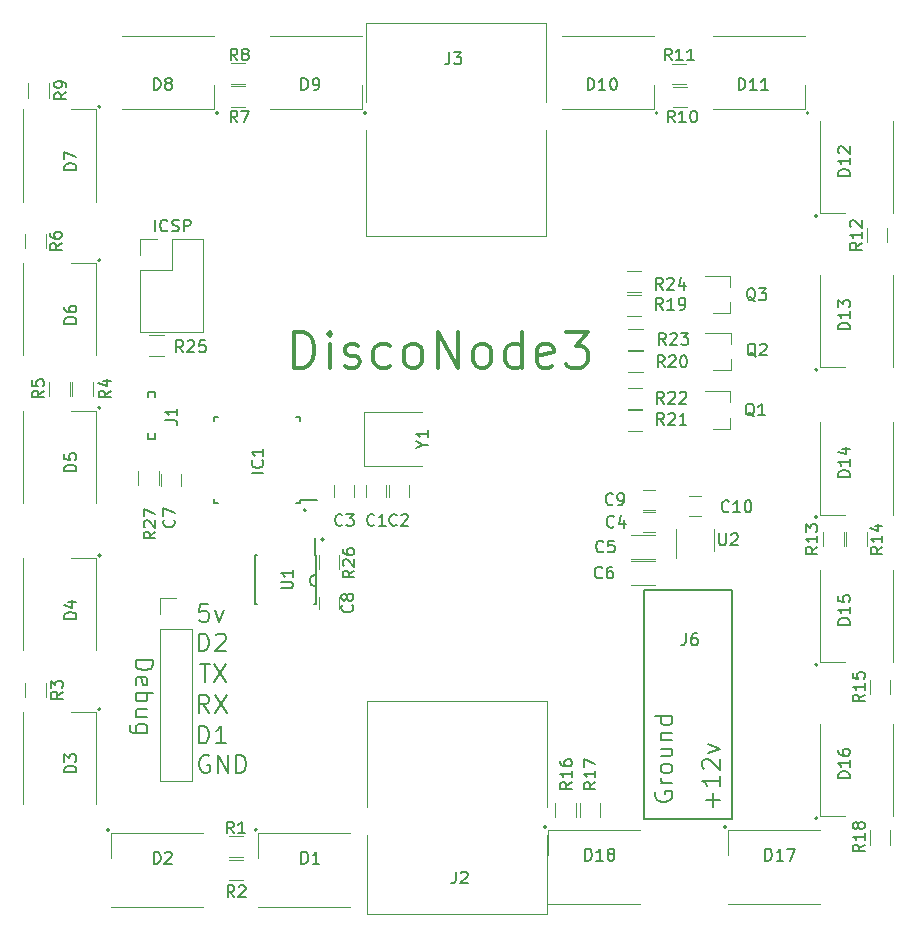
<source format=gto>
G04 #@! TF.FileFunction,Legend,Top*
%FSLAX46Y46*%
G04 Gerber Fmt 4.6, Leading zero omitted, Abs format (unit mm)*
G04 Created by KiCad (PCBNEW 4.0.6) date Sunday, June 25, 2017 'PMt' 04:07:10 PM*
%MOMM*%
%LPD*%
G01*
G04 APERTURE LIST*
%ADD10C,0.100000*%
%ADD11C,0.150000*%
%ADD12C,0.200000*%
%ADD13C,0.300000*%
%ADD14C,0.120000*%
G04 APERTURE END LIST*
D10*
D11*
X112373810Y-67922381D02*
X112373810Y-66922381D01*
X113421429Y-67827143D02*
X113373810Y-67874762D01*
X113230953Y-67922381D01*
X113135715Y-67922381D01*
X112992857Y-67874762D01*
X112897619Y-67779524D01*
X112850000Y-67684286D01*
X112802381Y-67493810D01*
X112802381Y-67350952D01*
X112850000Y-67160476D01*
X112897619Y-67065238D01*
X112992857Y-66970000D01*
X113135715Y-66922381D01*
X113230953Y-66922381D01*
X113373810Y-66970000D01*
X113421429Y-67017619D01*
X113802381Y-67874762D02*
X113945238Y-67922381D01*
X114183334Y-67922381D01*
X114278572Y-67874762D01*
X114326191Y-67827143D01*
X114373810Y-67731905D01*
X114373810Y-67636667D01*
X114326191Y-67541429D01*
X114278572Y-67493810D01*
X114183334Y-67446190D01*
X113992857Y-67398571D01*
X113897619Y-67350952D01*
X113850000Y-67303333D01*
X113802381Y-67208095D01*
X113802381Y-67112857D01*
X113850000Y-67017619D01*
X113897619Y-66970000D01*
X113992857Y-66922381D01*
X114230953Y-66922381D01*
X114373810Y-66970000D01*
X114802381Y-67922381D02*
X114802381Y-66922381D01*
X115183334Y-66922381D01*
X115278572Y-66970000D01*
X115326191Y-67017619D01*
X115373810Y-67112857D01*
X115373810Y-67255714D01*
X115326191Y-67350952D01*
X115278572Y-67398571D01*
X115183334Y-67446190D01*
X114802381Y-67446190D01*
D12*
X154750000Y-115357143D02*
X154678571Y-115500000D01*
X154678571Y-115714286D01*
X154750000Y-115928571D01*
X154892857Y-116071429D01*
X155035714Y-116142857D01*
X155321429Y-116214286D01*
X155535714Y-116214286D01*
X155821429Y-116142857D01*
X155964286Y-116071429D01*
X156107143Y-115928571D01*
X156178571Y-115714286D01*
X156178571Y-115571429D01*
X156107143Y-115357143D01*
X156035714Y-115285714D01*
X155535714Y-115285714D01*
X155535714Y-115571429D01*
X156178571Y-114642857D02*
X155178571Y-114642857D01*
X155464286Y-114642857D02*
X155321429Y-114571429D01*
X155250000Y-114500000D01*
X155178571Y-114357143D01*
X155178571Y-114214286D01*
X156178571Y-113500000D02*
X156107143Y-113642858D01*
X156035714Y-113714286D01*
X155892857Y-113785715D01*
X155464286Y-113785715D01*
X155321429Y-113714286D01*
X155250000Y-113642858D01*
X155178571Y-113500000D01*
X155178571Y-113285715D01*
X155250000Y-113142858D01*
X155321429Y-113071429D01*
X155464286Y-113000000D01*
X155892857Y-113000000D01*
X156035714Y-113071429D01*
X156107143Y-113142858D01*
X156178571Y-113285715D01*
X156178571Y-113500000D01*
X155178571Y-111714286D02*
X156178571Y-111714286D01*
X155178571Y-112357143D02*
X155964286Y-112357143D01*
X156107143Y-112285715D01*
X156178571Y-112142857D01*
X156178571Y-111928572D01*
X156107143Y-111785715D01*
X156035714Y-111714286D01*
X155178571Y-111000000D02*
X156178571Y-111000000D01*
X155321429Y-111000000D02*
X155250000Y-110928572D01*
X155178571Y-110785714D01*
X155178571Y-110571429D01*
X155250000Y-110428572D01*
X155392857Y-110357143D01*
X156178571Y-110357143D01*
X156178571Y-109000000D02*
X154678571Y-109000000D01*
X156107143Y-109000000D02*
X156178571Y-109142857D01*
X156178571Y-109428571D01*
X156107143Y-109571429D01*
X156035714Y-109642857D01*
X155892857Y-109714286D01*
X155464286Y-109714286D01*
X155321429Y-109642857D01*
X155250000Y-109571429D01*
X155178571Y-109428571D01*
X155178571Y-109142857D01*
X155250000Y-109000000D01*
X159607143Y-116642857D02*
X159607143Y-115500000D01*
X160178571Y-116071429D02*
X159035714Y-116071429D01*
X160178571Y-114000000D02*
X160178571Y-114857143D01*
X160178571Y-114428571D02*
X158678571Y-114428571D01*
X158892857Y-114571428D01*
X159035714Y-114714286D01*
X159107143Y-114857143D01*
X158821429Y-113428572D02*
X158750000Y-113357143D01*
X158678571Y-113214286D01*
X158678571Y-112857143D01*
X158750000Y-112714286D01*
X158821429Y-112642857D01*
X158964286Y-112571429D01*
X159107143Y-112571429D01*
X159321429Y-112642857D01*
X160178571Y-113500000D01*
X160178571Y-112571429D01*
X159178571Y-112071429D02*
X160178571Y-111714286D01*
X159178571Y-111357144D01*
X125918811Y-97000974D02*
G75*
G03X125950000Y-98000000I31189J-499026D01*
G01*
X126661803Y-93988197D02*
G75*
G03X126661803Y-93988197I-111803J0D01*
G01*
X125161803Y-91550000D02*
G75*
G03X125161803Y-91550000I-111803J0D01*
G01*
X110721429Y-104228572D02*
X112221429Y-104228572D01*
X112221429Y-104585715D01*
X112150000Y-104800000D01*
X112007143Y-104942858D01*
X111864286Y-105014286D01*
X111578571Y-105085715D01*
X111364286Y-105085715D01*
X111078571Y-105014286D01*
X110935714Y-104942858D01*
X110792857Y-104800000D01*
X110721429Y-104585715D01*
X110721429Y-104228572D01*
X110792857Y-106300000D02*
X110721429Y-106157143D01*
X110721429Y-105871429D01*
X110792857Y-105728572D01*
X110935714Y-105657143D01*
X111507143Y-105657143D01*
X111650000Y-105728572D01*
X111721429Y-105871429D01*
X111721429Y-106157143D01*
X111650000Y-106300000D01*
X111507143Y-106371429D01*
X111364286Y-106371429D01*
X111221429Y-105657143D01*
X110721429Y-107014286D02*
X112221429Y-107014286D01*
X111650000Y-107014286D02*
X111721429Y-107157143D01*
X111721429Y-107442857D01*
X111650000Y-107585714D01*
X111578571Y-107657143D01*
X111435714Y-107728572D01*
X111007143Y-107728572D01*
X110864286Y-107657143D01*
X110792857Y-107585714D01*
X110721429Y-107442857D01*
X110721429Y-107157143D01*
X110792857Y-107014286D01*
X111721429Y-109014286D02*
X110721429Y-109014286D01*
X111721429Y-108371429D02*
X110935714Y-108371429D01*
X110792857Y-108442857D01*
X110721429Y-108585715D01*
X110721429Y-108800000D01*
X110792857Y-108942857D01*
X110864286Y-109014286D01*
X111721429Y-110371429D02*
X110507143Y-110371429D01*
X110364286Y-110300000D01*
X110292857Y-110228572D01*
X110221429Y-110085715D01*
X110221429Y-109871429D01*
X110292857Y-109728572D01*
X110792857Y-110371429D02*
X110721429Y-110228572D01*
X110721429Y-109942858D01*
X110792857Y-109800000D01*
X110864286Y-109728572D01*
X111007143Y-109657143D01*
X111435714Y-109657143D01*
X111578571Y-109728572D01*
X111650000Y-109800000D01*
X111721429Y-109942858D01*
X111721429Y-110228572D01*
X111650000Y-110371429D01*
D13*
X124142857Y-79457143D02*
X124142857Y-76457143D01*
X124857142Y-76457143D01*
X125285714Y-76600000D01*
X125571428Y-76885714D01*
X125714285Y-77171429D01*
X125857142Y-77742857D01*
X125857142Y-78171429D01*
X125714285Y-78742857D01*
X125571428Y-79028571D01*
X125285714Y-79314286D01*
X124857142Y-79457143D01*
X124142857Y-79457143D01*
X127142857Y-79457143D02*
X127142857Y-77457143D01*
X127142857Y-76457143D02*
X127000000Y-76600000D01*
X127142857Y-76742857D01*
X127285714Y-76600000D01*
X127142857Y-76457143D01*
X127142857Y-76742857D01*
X128428571Y-79314286D02*
X128714285Y-79457143D01*
X129285713Y-79457143D01*
X129571428Y-79314286D01*
X129714285Y-79028571D01*
X129714285Y-78885714D01*
X129571428Y-78600000D01*
X129285713Y-78457143D01*
X128857142Y-78457143D01*
X128571428Y-78314286D01*
X128428571Y-78028571D01*
X128428571Y-77885714D01*
X128571428Y-77600000D01*
X128857142Y-77457143D01*
X129285713Y-77457143D01*
X129571428Y-77600000D01*
X132285713Y-79314286D02*
X131999999Y-79457143D01*
X131428570Y-79457143D01*
X131142856Y-79314286D01*
X130999999Y-79171429D01*
X130857142Y-78885714D01*
X130857142Y-78028571D01*
X130999999Y-77742857D01*
X131142856Y-77600000D01*
X131428570Y-77457143D01*
X131999999Y-77457143D01*
X132285713Y-77600000D01*
X133999999Y-79457143D02*
X133714285Y-79314286D01*
X133571428Y-79171429D01*
X133428571Y-78885714D01*
X133428571Y-78028571D01*
X133571428Y-77742857D01*
X133714285Y-77600000D01*
X133999999Y-77457143D01*
X134428571Y-77457143D01*
X134714285Y-77600000D01*
X134857142Y-77742857D01*
X134999999Y-78028571D01*
X134999999Y-78885714D01*
X134857142Y-79171429D01*
X134714285Y-79314286D01*
X134428571Y-79457143D01*
X133999999Y-79457143D01*
X136285714Y-79457143D02*
X136285714Y-76457143D01*
X137999999Y-79457143D01*
X137999999Y-76457143D01*
X139857142Y-79457143D02*
X139571428Y-79314286D01*
X139428571Y-79171429D01*
X139285714Y-78885714D01*
X139285714Y-78028571D01*
X139428571Y-77742857D01*
X139571428Y-77600000D01*
X139857142Y-77457143D01*
X140285714Y-77457143D01*
X140571428Y-77600000D01*
X140714285Y-77742857D01*
X140857142Y-78028571D01*
X140857142Y-78885714D01*
X140714285Y-79171429D01*
X140571428Y-79314286D01*
X140285714Y-79457143D01*
X139857142Y-79457143D01*
X143428571Y-79457143D02*
X143428571Y-76457143D01*
X143428571Y-79314286D02*
X143142857Y-79457143D01*
X142571428Y-79457143D01*
X142285714Y-79314286D01*
X142142857Y-79171429D01*
X142000000Y-78885714D01*
X142000000Y-78028571D01*
X142142857Y-77742857D01*
X142285714Y-77600000D01*
X142571428Y-77457143D01*
X143142857Y-77457143D01*
X143428571Y-77600000D01*
X146000000Y-79314286D02*
X145714286Y-79457143D01*
X145142857Y-79457143D01*
X144857143Y-79314286D01*
X144714286Y-79028571D01*
X144714286Y-77885714D01*
X144857143Y-77600000D01*
X145142857Y-77457143D01*
X145714286Y-77457143D01*
X146000000Y-77600000D01*
X146142857Y-77885714D01*
X146142857Y-78171429D01*
X144714286Y-78457143D01*
X147142857Y-76457143D02*
X149000000Y-76457143D01*
X148000000Y-77600000D01*
X148428572Y-77600000D01*
X148714286Y-77742857D01*
X148857143Y-77885714D01*
X149000000Y-78171429D01*
X149000000Y-78885714D01*
X148857143Y-79171429D01*
X148714286Y-79314286D01*
X148428572Y-79457143D01*
X147571429Y-79457143D01*
X147285715Y-79314286D01*
X147142857Y-79171429D01*
D12*
X116885715Y-99478571D02*
X116171429Y-99478571D01*
X116100000Y-100192857D01*
X116171429Y-100121429D01*
X116314286Y-100050000D01*
X116671429Y-100050000D01*
X116814286Y-100121429D01*
X116885715Y-100192857D01*
X116957143Y-100335714D01*
X116957143Y-100692857D01*
X116885715Y-100835714D01*
X116814286Y-100907143D01*
X116671429Y-100978571D01*
X116314286Y-100978571D01*
X116171429Y-100907143D01*
X116100000Y-100835714D01*
X117457143Y-99978571D02*
X117814286Y-100978571D01*
X118171428Y-99978571D01*
X116092858Y-103478571D02*
X116092858Y-101978571D01*
X116450001Y-101978571D01*
X116664286Y-102050000D01*
X116807144Y-102192857D01*
X116878572Y-102335714D01*
X116950001Y-102621429D01*
X116950001Y-102835714D01*
X116878572Y-103121429D01*
X116807144Y-103264286D01*
X116664286Y-103407143D01*
X116450001Y-103478571D01*
X116092858Y-103478571D01*
X117521429Y-102121429D02*
X117592858Y-102050000D01*
X117735715Y-101978571D01*
X118092858Y-101978571D01*
X118235715Y-102050000D01*
X118307144Y-102121429D01*
X118378572Y-102264286D01*
X118378572Y-102407143D01*
X118307144Y-102621429D01*
X117450001Y-103478571D01*
X118378572Y-103478571D01*
X116957143Y-112350000D02*
X116814286Y-112278571D01*
X116600000Y-112278571D01*
X116385715Y-112350000D01*
X116242857Y-112492857D01*
X116171429Y-112635714D01*
X116100000Y-112921429D01*
X116100000Y-113135714D01*
X116171429Y-113421429D01*
X116242857Y-113564286D01*
X116385715Y-113707143D01*
X116600000Y-113778571D01*
X116742857Y-113778571D01*
X116957143Y-113707143D01*
X117028572Y-113635714D01*
X117028572Y-113135714D01*
X116742857Y-113135714D01*
X117671429Y-113778571D02*
X117671429Y-112278571D01*
X118528572Y-113778571D01*
X118528572Y-112278571D01*
X119242858Y-113778571D02*
X119242858Y-112278571D01*
X119600001Y-112278571D01*
X119814286Y-112350000D01*
X119957144Y-112492857D01*
X120028572Y-112635714D01*
X120100001Y-112921429D01*
X120100001Y-113135714D01*
X120028572Y-113421429D01*
X119957144Y-113564286D01*
X119814286Y-113707143D01*
X119600001Y-113778571D01*
X119242858Y-113778571D01*
X116092858Y-111278571D02*
X116092858Y-109778571D01*
X116450001Y-109778571D01*
X116664286Y-109850000D01*
X116807144Y-109992857D01*
X116878572Y-110135714D01*
X116950001Y-110421429D01*
X116950001Y-110635714D01*
X116878572Y-110921429D01*
X116807144Y-111064286D01*
X116664286Y-111207143D01*
X116450001Y-111278571D01*
X116092858Y-111278571D01*
X118378572Y-111278571D02*
X117521429Y-111278571D01*
X117950001Y-111278571D02*
X117950001Y-109778571D01*
X117807144Y-109992857D01*
X117664286Y-110135714D01*
X117521429Y-110207143D01*
X116950001Y-108678571D02*
X116450001Y-107964286D01*
X116092858Y-108678571D02*
X116092858Y-107178571D01*
X116664286Y-107178571D01*
X116807144Y-107250000D01*
X116878572Y-107321429D01*
X116950001Y-107464286D01*
X116950001Y-107678571D01*
X116878572Y-107821429D01*
X116807144Y-107892857D01*
X116664286Y-107964286D01*
X116092858Y-107964286D01*
X117450001Y-107178571D02*
X118450001Y-108678571D01*
X118450001Y-107178571D02*
X117450001Y-108678571D01*
X116157143Y-104578571D02*
X117014286Y-104578571D01*
X116585715Y-106078571D02*
X116585715Y-104578571D01*
X117371429Y-104578571D02*
X118371429Y-106078571D01*
X118371429Y-104578571D02*
X117371429Y-106078571D01*
D11*
X125975000Y-95325000D02*
X125925000Y-95325000D01*
X125975000Y-99475000D02*
X125830000Y-99475000D01*
X120825000Y-99475000D02*
X120970000Y-99475000D01*
X120825000Y-95325000D02*
X120970000Y-95325000D01*
X125975000Y-95325000D02*
X125975000Y-99475000D01*
X120825000Y-95325000D02*
X120825000Y-99475000D01*
X125925000Y-95325000D02*
X125925000Y-93925000D01*
D14*
X130290000Y-125720000D02*
X145530000Y-125720000D01*
X145530000Y-107690000D02*
X145520000Y-116680000D01*
X145530000Y-107690000D02*
X130290000Y-107690000D01*
X130290000Y-107690000D02*
X130290000Y-116690000D01*
X145520000Y-119020000D02*
X145530000Y-125720000D01*
X130290000Y-119010000D02*
X130290000Y-125720000D01*
X120000000Y-55430000D02*
X118800000Y-55430000D01*
X118800000Y-53670000D02*
X120000000Y-53670000D01*
X120000000Y-57380000D02*
X118800000Y-57380000D01*
X118800000Y-55620000D02*
X120000000Y-55620000D01*
X103130000Y-68150000D02*
X103130000Y-69350000D01*
X101370000Y-69350000D02*
X101370000Y-68150000D01*
X118650000Y-119120000D02*
X119850000Y-119120000D01*
X119850000Y-120880000D02*
X118650000Y-120880000D01*
X118650000Y-121120000D02*
X119850000Y-121120000D01*
X119850000Y-122880000D02*
X118650000Y-122880000D01*
X133859201Y-90374251D02*
X133859201Y-89374251D01*
X132159201Y-89374251D02*
X132159201Y-90374251D01*
X131959201Y-90374251D02*
X131959201Y-89374251D01*
X130259201Y-89374251D02*
X130259201Y-90374251D01*
X129250000Y-90400000D02*
X129250000Y-89400000D01*
X127550000Y-89400000D02*
X127550000Y-90400000D01*
X145500000Y-50280000D02*
X130260000Y-50280000D01*
X130260000Y-68310000D02*
X130270000Y-59320000D01*
X130260000Y-68310000D02*
X145500000Y-68310000D01*
X145500000Y-68310000D02*
X145500000Y-59310000D01*
X130270000Y-56980000D02*
X130260000Y-50280000D01*
X145500000Y-56990000D02*
X145500000Y-50280000D01*
X157400000Y-57430000D02*
X156200000Y-57430000D01*
X156200000Y-55670000D02*
X157400000Y-55670000D01*
X157350000Y-55480000D02*
X156150000Y-55480000D01*
X156150000Y-53720000D02*
X157350000Y-53720000D01*
X172620000Y-68850000D02*
X172620000Y-67650000D01*
X174380000Y-67650000D02*
X174380000Y-68850000D01*
X107130000Y-80650000D02*
X107130000Y-81850000D01*
X105370000Y-81850000D02*
X105370000Y-80650000D01*
X105130000Y-80650000D02*
X105130000Y-81850000D01*
X103370000Y-81850000D02*
X103370000Y-80650000D01*
X103130000Y-106150000D02*
X103130000Y-107350000D01*
X101370000Y-107350000D02*
X101370000Y-106150000D01*
X153700000Y-93400000D02*
X154700000Y-93400000D01*
X154700000Y-91700000D02*
X153700000Y-91700000D01*
X152700000Y-95670000D02*
X154700000Y-95670000D01*
X154700000Y-93630000D02*
X152700000Y-93630000D01*
X152700000Y-97870000D02*
X154700000Y-97870000D01*
X154700000Y-95830000D02*
X152700000Y-95830000D01*
X114544529Y-89483473D02*
X114544529Y-88483473D01*
X112844529Y-88483473D02*
X112844529Y-89483473D01*
X126250000Y-98900000D02*
X126250000Y-99900000D01*
X127950000Y-99900000D02*
X127950000Y-98900000D01*
X153700000Y-91500000D02*
X154700000Y-91500000D01*
X154700000Y-89800000D02*
X153700000Y-89800000D01*
X158600000Y-90300000D02*
X157600000Y-90300000D01*
X157600000Y-92000000D02*
X158600000Y-92000000D01*
D11*
X124619529Y-90908473D02*
X124619529Y-90683473D01*
X117369529Y-90908473D02*
X117369529Y-90583473D01*
X117369529Y-83658473D02*
X117369529Y-83983473D01*
X124619529Y-83658473D02*
X124619529Y-83983473D01*
X124619529Y-90908473D02*
X124294529Y-90908473D01*
X124619529Y-83658473D02*
X124294529Y-83658473D01*
X117369529Y-83658473D02*
X117694529Y-83658473D01*
X117369529Y-90908473D02*
X117694529Y-90908473D01*
X124619529Y-90683473D02*
X126044529Y-90683473D01*
X112400000Y-81500000D02*
X111800000Y-81500000D01*
X112400000Y-81950000D02*
X112400000Y-81500000D01*
X112400000Y-85500000D02*
X111800000Y-85500000D01*
X112400000Y-85024000D02*
X112400000Y-85500000D01*
X111800000Y-85024000D02*
X111800000Y-85500000D01*
X111800000Y-81950000D02*
X111800000Y-81500000D01*
D14*
X111110000Y-71230000D02*
X111110000Y-76430000D01*
X111110000Y-76430000D02*
X116430000Y-76430000D01*
X116430000Y-76430000D02*
X116430000Y-68570000D01*
X116430000Y-68570000D02*
X113770000Y-68570000D01*
X113770000Y-68570000D02*
X113770000Y-71230000D01*
X113770000Y-71230000D02*
X111110000Y-71230000D01*
X111110000Y-69960000D02*
X111110000Y-68570000D01*
X111110000Y-68570000D02*
X112500000Y-68570000D01*
X112760000Y-101610000D02*
X112760000Y-114430000D01*
X112760000Y-114430000D02*
X115540000Y-114430000D01*
X115540000Y-114430000D02*
X115540000Y-101610000D01*
X115540000Y-101610000D02*
X112760000Y-101610000D01*
X112760000Y-100340000D02*
X112760000Y-98950000D01*
X112760000Y-98950000D02*
X114150000Y-98950000D01*
X161060000Y-84630000D02*
X161060000Y-83700000D01*
X161060000Y-81470000D02*
X161060000Y-82400000D01*
X161060000Y-81470000D02*
X158900000Y-81470000D01*
X161060000Y-84630000D02*
X159600000Y-84630000D01*
X161110000Y-79655000D02*
X161110000Y-78725000D01*
X161110000Y-76495000D02*
X161110000Y-77425000D01*
X161110000Y-76495000D02*
X158950000Y-76495000D01*
X161110000Y-79655000D02*
X159650000Y-79655000D01*
X161060000Y-74830000D02*
X161060000Y-73900000D01*
X161060000Y-71670000D02*
X161060000Y-72600000D01*
X161060000Y-71670000D02*
X158900000Y-71670000D01*
X161060000Y-74830000D02*
X159600000Y-74830000D01*
X101620000Y-56600000D02*
X101620000Y-55400000D01*
X103380000Y-55400000D02*
X103380000Y-56600000D01*
X168920000Y-94550000D02*
X168920000Y-93350000D01*
X170680000Y-93350000D02*
X170680000Y-94550000D01*
X170870000Y-94550000D02*
X170870000Y-93350000D01*
X172630000Y-93350000D02*
X172630000Y-94550000D01*
X172870000Y-107100000D02*
X172870000Y-105900000D01*
X174630000Y-105900000D02*
X174630000Y-107100000D01*
X148030000Y-116350000D02*
X148030000Y-117550000D01*
X146270000Y-117550000D02*
X146270000Y-116350000D01*
X150080000Y-116350000D02*
X150080000Y-117550000D01*
X148320000Y-117550000D02*
X148320000Y-116350000D01*
X172870000Y-119850000D02*
X172870000Y-118650000D01*
X174630000Y-118650000D02*
X174630000Y-119850000D01*
X153500000Y-75080000D02*
X152300000Y-75080000D01*
X152300000Y-73320000D02*
X153500000Y-73320000D01*
X153650000Y-79855000D02*
X152450000Y-79855000D01*
X152450000Y-78095000D02*
X153650000Y-78095000D01*
X153600000Y-84830000D02*
X152400000Y-84830000D01*
X152400000Y-83070000D02*
X153600000Y-83070000D01*
X152400000Y-81170000D02*
X153600000Y-81170000D01*
X153600000Y-82930000D02*
X152400000Y-82930000D01*
X152450000Y-76195000D02*
X153650000Y-76195000D01*
X153650000Y-77955000D02*
X152450000Y-77955000D01*
X152300000Y-71320000D02*
X153500000Y-71320000D01*
X153500000Y-73080000D02*
X152300000Y-73080000D01*
X111900000Y-76720000D02*
X113100000Y-76720000D01*
X113100000Y-78480000D02*
X111900000Y-78480000D01*
X126220000Y-96500000D02*
X126220000Y-95300000D01*
X127980000Y-95300000D02*
X127980000Y-96500000D01*
X159710000Y-94950000D02*
X159710000Y-93150000D01*
X156490000Y-93150000D02*
X156490000Y-95600000D01*
D11*
X153800000Y-98300000D02*
X161200000Y-98300000D01*
X153800000Y-98300000D02*
X153800000Y-117700000D01*
X161200000Y-98300000D02*
X161200000Y-117700000D01*
X153800000Y-117700000D02*
X161200000Y-117700000D01*
D14*
X110914529Y-89383473D02*
X110914529Y-88183473D01*
X112674529Y-88183473D02*
X112674529Y-89383473D01*
X134950000Y-83250000D02*
X130050000Y-83250000D01*
X130050000Y-83250000D02*
X130050000Y-87750000D01*
X130050000Y-87750000D02*
X134950000Y-87750000D01*
D11*
X108490792Y-118596400D02*
G75*
G03X108490792Y-118596400I-113592J0D01*
G01*
D14*
X108600000Y-125100000D02*
X116400000Y-125100000D01*
X108600000Y-118900000D02*
X108600000Y-121000000D01*
X108600000Y-118900000D02*
X116400000Y-118900000D01*
D11*
X120990792Y-118596400D02*
G75*
G03X120990792Y-118596400I-113592J0D01*
G01*
D14*
X121100000Y-125100000D02*
X128900000Y-125100000D01*
X121100000Y-118900000D02*
X121100000Y-121000000D01*
X121100000Y-118900000D02*
X128900000Y-118900000D01*
D11*
X145490792Y-118346400D02*
G75*
G03X145490792Y-118346400I-113592J0D01*
G01*
D14*
X145600000Y-124850000D02*
X153400000Y-124850000D01*
X145600000Y-118650000D02*
X145600000Y-120750000D01*
X145600000Y-118650000D02*
X153400000Y-118650000D01*
D11*
X160740792Y-118346400D02*
G75*
G03X160740792Y-118346400I-113592J0D01*
G01*
D14*
X160850000Y-124850000D02*
X168650000Y-124850000D01*
X160850000Y-118650000D02*
X160850000Y-120750000D01*
X160850000Y-118650000D02*
X168650000Y-118650000D01*
D11*
X168459992Y-117622800D02*
G75*
G03X168459992Y-117622800I-113592J0D01*
G01*
D14*
X174850000Y-117400000D02*
X174850000Y-109600000D01*
X168650000Y-117400000D02*
X170750000Y-117400000D01*
X168650000Y-117400000D02*
X168650000Y-109600000D01*
D11*
X168459992Y-92122800D02*
G75*
G03X168459992Y-92122800I-113592J0D01*
G01*
D14*
X174850000Y-91900000D02*
X174850000Y-84100000D01*
X168650000Y-91900000D02*
X170750000Y-91900000D01*
X168650000Y-91900000D02*
X168650000Y-84100000D01*
D11*
X168459992Y-79622800D02*
G75*
G03X168459992Y-79622800I-113592J0D01*
G01*
D14*
X174850000Y-79400000D02*
X174850000Y-71600000D01*
X168650000Y-79400000D02*
X170750000Y-79400000D01*
X168650000Y-79400000D02*
X168650000Y-71600000D01*
D11*
X168459992Y-66622800D02*
G75*
G03X168459992Y-66622800I-113592J0D01*
G01*
D14*
X174850000Y-66400000D02*
X174850000Y-58600000D01*
X168650000Y-66400000D02*
X170750000Y-66400000D01*
X168650000Y-66400000D02*
X168650000Y-58600000D01*
D11*
X167736392Y-57903600D02*
G75*
G03X167736392Y-57903600I-113592J0D01*
G01*
D14*
X167400000Y-51400000D02*
X159600000Y-51400000D01*
X167400000Y-57600000D02*
X167400000Y-55500000D01*
X167400000Y-57600000D02*
X159600000Y-57600000D01*
D11*
X154936392Y-57903600D02*
G75*
G03X154936392Y-57903600I-113592J0D01*
G01*
D14*
X154600000Y-51400000D02*
X146800000Y-51400000D01*
X154600000Y-57600000D02*
X154600000Y-55500000D01*
X154600000Y-57600000D02*
X146800000Y-57600000D01*
D11*
X130236392Y-57903600D02*
G75*
G03X130236392Y-57903600I-113592J0D01*
G01*
D14*
X129900000Y-51400000D02*
X122100000Y-51400000D01*
X129900000Y-57600000D02*
X129900000Y-55500000D01*
X129900000Y-57600000D02*
X122100000Y-57600000D01*
D11*
X117736392Y-57903600D02*
G75*
G03X117736392Y-57903600I-113592J0D01*
G01*
D14*
X117400000Y-51400000D02*
X109600000Y-51400000D01*
X117400000Y-57600000D02*
X117400000Y-55500000D01*
X117400000Y-57600000D02*
X109600000Y-57600000D01*
D11*
X107767192Y-57377200D02*
G75*
G03X107767192Y-57377200I-113592J0D01*
G01*
D14*
X101150000Y-57600000D02*
X101150000Y-65400000D01*
X107350000Y-57600000D02*
X105250000Y-57600000D01*
X107350000Y-57600000D02*
X107350000Y-65400000D01*
D11*
X107767192Y-70377200D02*
G75*
G03X107767192Y-70377200I-113592J0D01*
G01*
D14*
X101150000Y-70600000D02*
X101150000Y-78400000D01*
X107350000Y-70600000D02*
X105250000Y-70600000D01*
X107350000Y-70600000D02*
X107350000Y-78400000D01*
D11*
X107767192Y-82877200D02*
G75*
G03X107767192Y-82877200I-113592J0D01*
G01*
D14*
X101150000Y-83100000D02*
X101150000Y-90900000D01*
X107350000Y-83100000D02*
X105250000Y-83100000D01*
X107350000Y-83100000D02*
X107350000Y-90900000D01*
D11*
X107767192Y-108377200D02*
G75*
G03X107767192Y-108377200I-113592J0D01*
G01*
D14*
X101150000Y-108600000D02*
X101150000Y-116400000D01*
X107350000Y-108600000D02*
X105250000Y-108600000D01*
X107350000Y-108600000D02*
X107350000Y-116400000D01*
D11*
X107767192Y-95377200D02*
G75*
G03X107767192Y-95377200I-113592J0D01*
G01*
D14*
X101150000Y-95600000D02*
X101150000Y-103400000D01*
X107350000Y-95600000D02*
X105250000Y-95600000D01*
X107350000Y-95600000D02*
X107350000Y-103400000D01*
D11*
X168459992Y-104622800D02*
G75*
G03X168459992Y-104622800I-113592J0D01*
G01*
D14*
X174850000Y-104400000D02*
X174850000Y-96600000D01*
X168650000Y-104400000D02*
X170750000Y-104400000D01*
X168650000Y-104400000D02*
X168650000Y-96600000D01*
D11*
X123052381Y-98161905D02*
X123861905Y-98161905D01*
X123957143Y-98114286D01*
X124004762Y-98066667D01*
X124052381Y-97971429D01*
X124052381Y-97780952D01*
X124004762Y-97685714D01*
X123957143Y-97638095D01*
X123861905Y-97590476D01*
X123052381Y-97590476D01*
X124052381Y-96590476D02*
X124052381Y-97161905D01*
X124052381Y-96876191D02*
X123052381Y-96876191D01*
X123195238Y-96971429D01*
X123290476Y-97066667D01*
X123338095Y-97161905D01*
X137826667Y-122132381D02*
X137826667Y-122846667D01*
X137779047Y-122989524D01*
X137683809Y-123084762D01*
X137540952Y-123132381D01*
X137445714Y-123132381D01*
X138255238Y-122227619D02*
X138302857Y-122180000D01*
X138398095Y-122132381D01*
X138636191Y-122132381D01*
X138731429Y-122180000D01*
X138779048Y-122227619D01*
X138826667Y-122322857D01*
X138826667Y-122418095D01*
X138779048Y-122560952D01*
X138207619Y-123132381D01*
X138826667Y-123132381D01*
X119333334Y-53452381D02*
X119000000Y-52976190D01*
X118761905Y-53452381D02*
X118761905Y-52452381D01*
X119142858Y-52452381D01*
X119238096Y-52500000D01*
X119285715Y-52547619D01*
X119333334Y-52642857D01*
X119333334Y-52785714D01*
X119285715Y-52880952D01*
X119238096Y-52928571D01*
X119142858Y-52976190D01*
X118761905Y-52976190D01*
X119904762Y-52880952D02*
X119809524Y-52833333D01*
X119761905Y-52785714D01*
X119714286Y-52690476D01*
X119714286Y-52642857D01*
X119761905Y-52547619D01*
X119809524Y-52500000D01*
X119904762Y-52452381D01*
X120095239Y-52452381D01*
X120190477Y-52500000D01*
X120238096Y-52547619D01*
X120285715Y-52642857D01*
X120285715Y-52690476D01*
X120238096Y-52785714D01*
X120190477Y-52833333D01*
X120095239Y-52880952D01*
X119904762Y-52880952D01*
X119809524Y-52928571D01*
X119761905Y-52976190D01*
X119714286Y-53071429D01*
X119714286Y-53261905D01*
X119761905Y-53357143D01*
X119809524Y-53404762D01*
X119904762Y-53452381D01*
X120095239Y-53452381D01*
X120190477Y-53404762D01*
X120238096Y-53357143D01*
X120285715Y-53261905D01*
X120285715Y-53071429D01*
X120238096Y-52976190D01*
X120190477Y-52928571D01*
X120095239Y-52880952D01*
X119333334Y-58702381D02*
X119000000Y-58226190D01*
X118761905Y-58702381D02*
X118761905Y-57702381D01*
X119142858Y-57702381D01*
X119238096Y-57750000D01*
X119285715Y-57797619D01*
X119333334Y-57892857D01*
X119333334Y-58035714D01*
X119285715Y-58130952D01*
X119238096Y-58178571D01*
X119142858Y-58226190D01*
X118761905Y-58226190D01*
X119666667Y-57702381D02*
X120333334Y-57702381D01*
X119904762Y-58702381D01*
X104452381Y-68916666D02*
X103976190Y-69250000D01*
X104452381Y-69488095D02*
X103452381Y-69488095D01*
X103452381Y-69107142D01*
X103500000Y-69011904D01*
X103547619Y-68964285D01*
X103642857Y-68916666D01*
X103785714Y-68916666D01*
X103880952Y-68964285D01*
X103928571Y-69011904D01*
X103976190Y-69107142D01*
X103976190Y-69488095D01*
X103452381Y-68059523D02*
X103452381Y-68250000D01*
X103500000Y-68345238D01*
X103547619Y-68392857D01*
X103690476Y-68488095D01*
X103880952Y-68535714D01*
X104261905Y-68535714D01*
X104357143Y-68488095D01*
X104404762Y-68440476D01*
X104452381Y-68345238D01*
X104452381Y-68154761D01*
X104404762Y-68059523D01*
X104357143Y-68011904D01*
X104261905Y-67964285D01*
X104023810Y-67964285D01*
X103928571Y-68011904D01*
X103880952Y-68059523D01*
X103833333Y-68154761D01*
X103833333Y-68345238D01*
X103880952Y-68440476D01*
X103928571Y-68488095D01*
X104023810Y-68535714D01*
X119033334Y-118902381D02*
X118700000Y-118426190D01*
X118461905Y-118902381D02*
X118461905Y-117902381D01*
X118842858Y-117902381D01*
X118938096Y-117950000D01*
X118985715Y-117997619D01*
X119033334Y-118092857D01*
X119033334Y-118235714D01*
X118985715Y-118330952D01*
X118938096Y-118378571D01*
X118842858Y-118426190D01*
X118461905Y-118426190D01*
X119985715Y-118902381D02*
X119414286Y-118902381D01*
X119700000Y-118902381D02*
X119700000Y-117902381D01*
X119604762Y-118045238D01*
X119509524Y-118140476D01*
X119414286Y-118188095D01*
X119083334Y-124302381D02*
X118750000Y-123826190D01*
X118511905Y-124302381D02*
X118511905Y-123302381D01*
X118892858Y-123302381D01*
X118988096Y-123350000D01*
X119035715Y-123397619D01*
X119083334Y-123492857D01*
X119083334Y-123635714D01*
X119035715Y-123730952D01*
X118988096Y-123778571D01*
X118892858Y-123826190D01*
X118511905Y-123826190D01*
X119464286Y-123397619D02*
X119511905Y-123350000D01*
X119607143Y-123302381D01*
X119845239Y-123302381D01*
X119940477Y-123350000D01*
X119988096Y-123397619D01*
X120035715Y-123492857D01*
X120035715Y-123588095D01*
X119988096Y-123730952D01*
X119416667Y-124302381D01*
X120035715Y-124302381D01*
X132833334Y-92757143D02*
X132785715Y-92804762D01*
X132642858Y-92852381D01*
X132547620Y-92852381D01*
X132404762Y-92804762D01*
X132309524Y-92709524D01*
X132261905Y-92614286D01*
X132214286Y-92423810D01*
X132214286Y-92280952D01*
X132261905Y-92090476D01*
X132309524Y-91995238D01*
X132404762Y-91900000D01*
X132547620Y-91852381D01*
X132642858Y-91852381D01*
X132785715Y-91900000D01*
X132833334Y-91947619D01*
X133214286Y-91947619D02*
X133261905Y-91900000D01*
X133357143Y-91852381D01*
X133595239Y-91852381D01*
X133690477Y-91900000D01*
X133738096Y-91947619D01*
X133785715Y-92042857D01*
X133785715Y-92138095D01*
X133738096Y-92280952D01*
X133166667Y-92852381D01*
X133785715Y-92852381D01*
X130942535Y-92757143D02*
X130894916Y-92804762D01*
X130752059Y-92852381D01*
X130656821Y-92852381D01*
X130513963Y-92804762D01*
X130418725Y-92709524D01*
X130371106Y-92614286D01*
X130323487Y-92423810D01*
X130323487Y-92280952D01*
X130371106Y-92090476D01*
X130418725Y-91995238D01*
X130513963Y-91900000D01*
X130656821Y-91852381D01*
X130752059Y-91852381D01*
X130894916Y-91900000D01*
X130942535Y-91947619D01*
X131894916Y-92852381D02*
X131323487Y-92852381D01*
X131609201Y-92852381D02*
X131609201Y-91852381D01*
X131513963Y-91995238D01*
X131418725Y-92090476D01*
X131323487Y-92138095D01*
X128233334Y-92757143D02*
X128185715Y-92804762D01*
X128042858Y-92852381D01*
X127947620Y-92852381D01*
X127804762Y-92804762D01*
X127709524Y-92709524D01*
X127661905Y-92614286D01*
X127614286Y-92423810D01*
X127614286Y-92280952D01*
X127661905Y-92090476D01*
X127709524Y-91995238D01*
X127804762Y-91900000D01*
X127947620Y-91852381D01*
X128042858Y-91852381D01*
X128185715Y-91900000D01*
X128233334Y-91947619D01*
X128566667Y-91852381D02*
X129185715Y-91852381D01*
X128852381Y-92233333D01*
X128995239Y-92233333D01*
X129090477Y-92280952D01*
X129138096Y-92328571D01*
X129185715Y-92423810D01*
X129185715Y-92661905D01*
X129138096Y-92757143D01*
X129090477Y-92804762D01*
X128995239Y-92852381D01*
X128709524Y-92852381D01*
X128614286Y-92804762D01*
X128566667Y-92757143D01*
X137296667Y-52772381D02*
X137296667Y-53486667D01*
X137249047Y-53629524D01*
X137153809Y-53724762D01*
X137010952Y-53772381D01*
X136915714Y-53772381D01*
X137677619Y-52772381D02*
X138296667Y-52772381D01*
X137963333Y-53153333D01*
X138106191Y-53153333D01*
X138201429Y-53200952D01*
X138249048Y-53248571D01*
X138296667Y-53343810D01*
X138296667Y-53581905D01*
X138249048Y-53677143D01*
X138201429Y-53724762D01*
X138106191Y-53772381D01*
X137820476Y-53772381D01*
X137725238Y-53724762D01*
X137677619Y-53677143D01*
X156357143Y-58702381D02*
X156023809Y-58226190D01*
X155785714Y-58702381D02*
X155785714Y-57702381D01*
X156166667Y-57702381D01*
X156261905Y-57750000D01*
X156309524Y-57797619D01*
X156357143Y-57892857D01*
X156357143Y-58035714D01*
X156309524Y-58130952D01*
X156261905Y-58178571D01*
X156166667Y-58226190D01*
X155785714Y-58226190D01*
X157309524Y-58702381D02*
X156738095Y-58702381D01*
X157023809Y-58702381D02*
X157023809Y-57702381D01*
X156928571Y-57845238D01*
X156833333Y-57940476D01*
X156738095Y-57988095D01*
X157928571Y-57702381D02*
X158023810Y-57702381D01*
X158119048Y-57750000D01*
X158166667Y-57797619D01*
X158214286Y-57892857D01*
X158261905Y-58083333D01*
X158261905Y-58321429D01*
X158214286Y-58511905D01*
X158166667Y-58607143D01*
X158119048Y-58654762D01*
X158023810Y-58702381D01*
X157928571Y-58702381D01*
X157833333Y-58654762D01*
X157785714Y-58607143D01*
X157738095Y-58511905D01*
X157690476Y-58321429D01*
X157690476Y-58083333D01*
X157738095Y-57892857D01*
X157785714Y-57797619D01*
X157833333Y-57750000D01*
X157928571Y-57702381D01*
X156107143Y-53452381D02*
X155773809Y-52976190D01*
X155535714Y-53452381D02*
X155535714Y-52452381D01*
X155916667Y-52452381D01*
X156011905Y-52500000D01*
X156059524Y-52547619D01*
X156107143Y-52642857D01*
X156107143Y-52785714D01*
X156059524Y-52880952D01*
X156011905Y-52928571D01*
X155916667Y-52976190D01*
X155535714Y-52976190D01*
X157059524Y-53452381D02*
X156488095Y-53452381D01*
X156773809Y-53452381D02*
X156773809Y-52452381D01*
X156678571Y-52595238D01*
X156583333Y-52690476D01*
X156488095Y-52738095D01*
X158011905Y-53452381D02*
X157440476Y-53452381D01*
X157726190Y-53452381D02*
X157726190Y-52452381D01*
X157630952Y-52595238D01*
X157535714Y-52690476D01*
X157440476Y-52738095D01*
X172202381Y-68892857D02*
X171726190Y-69226191D01*
X172202381Y-69464286D02*
X171202381Y-69464286D01*
X171202381Y-69083333D01*
X171250000Y-68988095D01*
X171297619Y-68940476D01*
X171392857Y-68892857D01*
X171535714Y-68892857D01*
X171630952Y-68940476D01*
X171678571Y-68988095D01*
X171726190Y-69083333D01*
X171726190Y-69464286D01*
X172202381Y-67940476D02*
X172202381Y-68511905D01*
X172202381Y-68226191D02*
X171202381Y-68226191D01*
X171345238Y-68321429D01*
X171440476Y-68416667D01*
X171488095Y-68511905D01*
X171297619Y-67559524D02*
X171250000Y-67511905D01*
X171202381Y-67416667D01*
X171202381Y-67178571D01*
X171250000Y-67083333D01*
X171297619Y-67035714D01*
X171392857Y-66988095D01*
X171488095Y-66988095D01*
X171630952Y-67035714D01*
X172202381Y-67607143D01*
X172202381Y-66988095D01*
X108602381Y-81416666D02*
X108126190Y-81750000D01*
X108602381Y-81988095D02*
X107602381Y-81988095D01*
X107602381Y-81607142D01*
X107650000Y-81511904D01*
X107697619Y-81464285D01*
X107792857Y-81416666D01*
X107935714Y-81416666D01*
X108030952Y-81464285D01*
X108078571Y-81511904D01*
X108126190Y-81607142D01*
X108126190Y-81988095D01*
X107935714Y-80559523D02*
X108602381Y-80559523D01*
X107554762Y-80797619D02*
X108269048Y-81035714D01*
X108269048Y-80416666D01*
X102952381Y-81416666D02*
X102476190Y-81750000D01*
X102952381Y-81988095D02*
X101952381Y-81988095D01*
X101952381Y-81607142D01*
X102000000Y-81511904D01*
X102047619Y-81464285D01*
X102142857Y-81416666D01*
X102285714Y-81416666D01*
X102380952Y-81464285D01*
X102428571Y-81511904D01*
X102476190Y-81607142D01*
X102476190Y-81988095D01*
X101952381Y-80511904D02*
X101952381Y-80988095D01*
X102428571Y-81035714D01*
X102380952Y-80988095D01*
X102333333Y-80892857D01*
X102333333Y-80654761D01*
X102380952Y-80559523D01*
X102428571Y-80511904D01*
X102523810Y-80464285D01*
X102761905Y-80464285D01*
X102857143Y-80511904D01*
X102904762Y-80559523D01*
X102952381Y-80654761D01*
X102952381Y-80892857D01*
X102904762Y-80988095D01*
X102857143Y-81035714D01*
X104552381Y-106916666D02*
X104076190Y-107250000D01*
X104552381Y-107488095D02*
X103552381Y-107488095D01*
X103552381Y-107107142D01*
X103600000Y-107011904D01*
X103647619Y-106964285D01*
X103742857Y-106916666D01*
X103885714Y-106916666D01*
X103980952Y-106964285D01*
X104028571Y-107011904D01*
X104076190Y-107107142D01*
X104076190Y-107488095D01*
X103552381Y-106583333D02*
X103552381Y-105964285D01*
X103933333Y-106297619D01*
X103933333Y-106154761D01*
X103980952Y-106059523D01*
X104028571Y-106011904D01*
X104123810Y-105964285D01*
X104361905Y-105964285D01*
X104457143Y-106011904D01*
X104504762Y-106059523D01*
X104552381Y-106154761D01*
X104552381Y-106440476D01*
X104504762Y-106535714D01*
X104457143Y-106583333D01*
X151233334Y-92907143D02*
X151185715Y-92954762D01*
X151042858Y-93002381D01*
X150947620Y-93002381D01*
X150804762Y-92954762D01*
X150709524Y-92859524D01*
X150661905Y-92764286D01*
X150614286Y-92573810D01*
X150614286Y-92430952D01*
X150661905Y-92240476D01*
X150709524Y-92145238D01*
X150804762Y-92050000D01*
X150947620Y-92002381D01*
X151042858Y-92002381D01*
X151185715Y-92050000D01*
X151233334Y-92097619D01*
X152090477Y-92335714D02*
X152090477Y-93002381D01*
X151852381Y-91954762D02*
X151614286Y-92669048D01*
X152233334Y-92669048D01*
X150333334Y-95007143D02*
X150285715Y-95054762D01*
X150142858Y-95102381D01*
X150047620Y-95102381D01*
X149904762Y-95054762D01*
X149809524Y-94959524D01*
X149761905Y-94864286D01*
X149714286Y-94673810D01*
X149714286Y-94530952D01*
X149761905Y-94340476D01*
X149809524Y-94245238D01*
X149904762Y-94150000D01*
X150047620Y-94102381D01*
X150142858Y-94102381D01*
X150285715Y-94150000D01*
X150333334Y-94197619D01*
X151238096Y-94102381D02*
X150761905Y-94102381D01*
X150714286Y-94578571D01*
X150761905Y-94530952D01*
X150857143Y-94483333D01*
X151095239Y-94483333D01*
X151190477Y-94530952D01*
X151238096Y-94578571D01*
X151285715Y-94673810D01*
X151285715Y-94911905D01*
X151238096Y-95007143D01*
X151190477Y-95054762D01*
X151095239Y-95102381D01*
X150857143Y-95102381D01*
X150761905Y-95054762D01*
X150714286Y-95007143D01*
X150233334Y-97207143D02*
X150185715Y-97254762D01*
X150042858Y-97302381D01*
X149947620Y-97302381D01*
X149804762Y-97254762D01*
X149709524Y-97159524D01*
X149661905Y-97064286D01*
X149614286Y-96873810D01*
X149614286Y-96730952D01*
X149661905Y-96540476D01*
X149709524Y-96445238D01*
X149804762Y-96350000D01*
X149947620Y-96302381D01*
X150042858Y-96302381D01*
X150185715Y-96350000D01*
X150233334Y-96397619D01*
X151090477Y-96302381D02*
X150900000Y-96302381D01*
X150804762Y-96350000D01*
X150757143Y-96397619D01*
X150661905Y-96540476D01*
X150614286Y-96730952D01*
X150614286Y-97111905D01*
X150661905Y-97207143D01*
X150709524Y-97254762D01*
X150804762Y-97302381D01*
X150995239Y-97302381D01*
X151090477Y-97254762D01*
X151138096Y-97207143D01*
X151185715Y-97111905D01*
X151185715Y-96873810D01*
X151138096Y-96778571D01*
X151090477Y-96730952D01*
X150995239Y-96683333D01*
X150804762Y-96683333D01*
X150709524Y-96730952D01*
X150661905Y-96778571D01*
X150614286Y-96873810D01*
X113951672Y-92350139D02*
X113999291Y-92397758D01*
X114046910Y-92540615D01*
X114046910Y-92635853D01*
X113999291Y-92778711D01*
X113904053Y-92873949D01*
X113808815Y-92921568D01*
X113618339Y-92969187D01*
X113475481Y-92969187D01*
X113285005Y-92921568D01*
X113189767Y-92873949D01*
X113094529Y-92778711D01*
X113046910Y-92635853D01*
X113046910Y-92540615D01*
X113094529Y-92397758D01*
X113142148Y-92350139D01*
X113046910Y-92016806D02*
X113046910Y-91350139D01*
X114046910Y-91778711D01*
X129057143Y-99566666D02*
X129104762Y-99614285D01*
X129152381Y-99757142D01*
X129152381Y-99852380D01*
X129104762Y-99995238D01*
X129009524Y-100090476D01*
X128914286Y-100138095D01*
X128723810Y-100185714D01*
X128580952Y-100185714D01*
X128390476Y-100138095D01*
X128295238Y-100090476D01*
X128200000Y-99995238D01*
X128152381Y-99852380D01*
X128152381Y-99757142D01*
X128200000Y-99614285D01*
X128247619Y-99566666D01*
X128580952Y-98995238D02*
X128533333Y-99090476D01*
X128485714Y-99138095D01*
X128390476Y-99185714D01*
X128342857Y-99185714D01*
X128247619Y-99138095D01*
X128200000Y-99090476D01*
X128152381Y-98995238D01*
X128152381Y-98804761D01*
X128200000Y-98709523D01*
X128247619Y-98661904D01*
X128342857Y-98614285D01*
X128390476Y-98614285D01*
X128485714Y-98661904D01*
X128533333Y-98709523D01*
X128580952Y-98804761D01*
X128580952Y-98995238D01*
X128628571Y-99090476D01*
X128676190Y-99138095D01*
X128771429Y-99185714D01*
X128961905Y-99185714D01*
X129057143Y-99138095D01*
X129104762Y-99090476D01*
X129152381Y-98995238D01*
X129152381Y-98804761D01*
X129104762Y-98709523D01*
X129057143Y-98661904D01*
X128961905Y-98614285D01*
X128771429Y-98614285D01*
X128676190Y-98661904D01*
X128628571Y-98709523D01*
X128580952Y-98804761D01*
X151133334Y-91007143D02*
X151085715Y-91054762D01*
X150942858Y-91102381D01*
X150847620Y-91102381D01*
X150704762Y-91054762D01*
X150609524Y-90959524D01*
X150561905Y-90864286D01*
X150514286Y-90673810D01*
X150514286Y-90530952D01*
X150561905Y-90340476D01*
X150609524Y-90245238D01*
X150704762Y-90150000D01*
X150847620Y-90102381D01*
X150942858Y-90102381D01*
X151085715Y-90150000D01*
X151133334Y-90197619D01*
X151609524Y-91102381D02*
X151800000Y-91102381D01*
X151895239Y-91054762D01*
X151942858Y-91007143D01*
X152038096Y-90864286D01*
X152085715Y-90673810D01*
X152085715Y-90292857D01*
X152038096Y-90197619D01*
X151990477Y-90150000D01*
X151895239Y-90102381D01*
X151704762Y-90102381D01*
X151609524Y-90150000D01*
X151561905Y-90197619D01*
X151514286Y-90292857D01*
X151514286Y-90530952D01*
X151561905Y-90626190D01*
X151609524Y-90673810D01*
X151704762Y-90721429D01*
X151895239Y-90721429D01*
X151990477Y-90673810D01*
X152038096Y-90626190D01*
X152085715Y-90530952D01*
X160957143Y-91607143D02*
X160909524Y-91654762D01*
X160766667Y-91702381D01*
X160671429Y-91702381D01*
X160528571Y-91654762D01*
X160433333Y-91559524D01*
X160385714Y-91464286D01*
X160338095Y-91273810D01*
X160338095Y-91130952D01*
X160385714Y-90940476D01*
X160433333Y-90845238D01*
X160528571Y-90750000D01*
X160671429Y-90702381D01*
X160766667Y-90702381D01*
X160909524Y-90750000D01*
X160957143Y-90797619D01*
X161909524Y-91702381D02*
X161338095Y-91702381D01*
X161623809Y-91702381D02*
X161623809Y-90702381D01*
X161528571Y-90845238D01*
X161433333Y-90940476D01*
X161338095Y-90988095D01*
X162528571Y-90702381D02*
X162623810Y-90702381D01*
X162719048Y-90750000D01*
X162766667Y-90797619D01*
X162814286Y-90892857D01*
X162861905Y-91083333D01*
X162861905Y-91321429D01*
X162814286Y-91511905D01*
X162766667Y-91607143D01*
X162719048Y-91654762D01*
X162623810Y-91702381D01*
X162528571Y-91702381D01*
X162433333Y-91654762D01*
X162385714Y-91607143D01*
X162338095Y-91511905D01*
X162290476Y-91321429D01*
X162290476Y-91083333D01*
X162338095Y-90892857D01*
X162385714Y-90797619D01*
X162433333Y-90750000D01*
X162528571Y-90702381D01*
X121546910Y-88359663D02*
X120546910Y-88359663D01*
X121451672Y-87312044D02*
X121499291Y-87359663D01*
X121546910Y-87502520D01*
X121546910Y-87597758D01*
X121499291Y-87740616D01*
X121404053Y-87835854D01*
X121308815Y-87883473D01*
X121118339Y-87931092D01*
X120975481Y-87931092D01*
X120785005Y-87883473D01*
X120689767Y-87835854D01*
X120594529Y-87740616D01*
X120546910Y-87597758D01*
X120546910Y-87502520D01*
X120594529Y-87359663D01*
X120642148Y-87312044D01*
X121546910Y-86359663D02*
X121546910Y-86931092D01*
X121546910Y-86645378D02*
X120546910Y-86645378D01*
X120689767Y-86740616D01*
X120785005Y-86835854D01*
X120832624Y-86931092D01*
X113252381Y-83933333D02*
X113966667Y-83933333D01*
X114109524Y-83980953D01*
X114204762Y-84076191D01*
X114252381Y-84219048D01*
X114252381Y-84314286D01*
X114252381Y-82933333D02*
X114252381Y-83504762D01*
X114252381Y-83219048D02*
X113252381Y-83219048D01*
X113395238Y-83314286D01*
X113490476Y-83409524D01*
X113538095Y-83504762D01*
X163104762Y-83597619D02*
X163009524Y-83550000D01*
X162914286Y-83454762D01*
X162771429Y-83311905D01*
X162676190Y-83264286D01*
X162580952Y-83264286D01*
X162628571Y-83502381D02*
X162533333Y-83454762D01*
X162438095Y-83359524D01*
X162390476Y-83169048D01*
X162390476Y-82835714D01*
X162438095Y-82645238D01*
X162533333Y-82550000D01*
X162628571Y-82502381D01*
X162819048Y-82502381D01*
X162914286Y-82550000D01*
X163009524Y-82645238D01*
X163057143Y-82835714D01*
X163057143Y-83169048D01*
X163009524Y-83359524D01*
X162914286Y-83454762D01*
X162819048Y-83502381D01*
X162628571Y-83502381D01*
X164009524Y-83502381D02*
X163438095Y-83502381D01*
X163723809Y-83502381D02*
X163723809Y-82502381D01*
X163628571Y-82645238D01*
X163533333Y-82740476D01*
X163438095Y-82788095D01*
X163254762Y-78522619D02*
X163159524Y-78475000D01*
X163064286Y-78379762D01*
X162921429Y-78236905D01*
X162826190Y-78189286D01*
X162730952Y-78189286D01*
X162778571Y-78427381D02*
X162683333Y-78379762D01*
X162588095Y-78284524D01*
X162540476Y-78094048D01*
X162540476Y-77760714D01*
X162588095Y-77570238D01*
X162683333Y-77475000D01*
X162778571Y-77427381D01*
X162969048Y-77427381D01*
X163064286Y-77475000D01*
X163159524Y-77570238D01*
X163207143Y-77760714D01*
X163207143Y-78094048D01*
X163159524Y-78284524D01*
X163064286Y-78379762D01*
X162969048Y-78427381D01*
X162778571Y-78427381D01*
X163588095Y-77522619D02*
X163635714Y-77475000D01*
X163730952Y-77427381D01*
X163969048Y-77427381D01*
X164064286Y-77475000D01*
X164111905Y-77522619D01*
X164159524Y-77617857D01*
X164159524Y-77713095D01*
X164111905Y-77855952D01*
X163540476Y-78427381D01*
X164159524Y-78427381D01*
X163204762Y-73847619D02*
X163109524Y-73800000D01*
X163014286Y-73704762D01*
X162871429Y-73561905D01*
X162776190Y-73514286D01*
X162680952Y-73514286D01*
X162728571Y-73752381D02*
X162633333Y-73704762D01*
X162538095Y-73609524D01*
X162490476Y-73419048D01*
X162490476Y-73085714D01*
X162538095Y-72895238D01*
X162633333Y-72800000D01*
X162728571Y-72752381D01*
X162919048Y-72752381D01*
X163014286Y-72800000D01*
X163109524Y-72895238D01*
X163157143Y-73085714D01*
X163157143Y-73419048D01*
X163109524Y-73609524D01*
X163014286Y-73704762D01*
X162919048Y-73752381D01*
X162728571Y-73752381D01*
X163490476Y-72752381D02*
X164109524Y-72752381D01*
X163776190Y-73133333D01*
X163919048Y-73133333D01*
X164014286Y-73180952D01*
X164061905Y-73228571D01*
X164109524Y-73323810D01*
X164109524Y-73561905D01*
X164061905Y-73657143D01*
X164014286Y-73704762D01*
X163919048Y-73752381D01*
X163633333Y-73752381D01*
X163538095Y-73704762D01*
X163490476Y-73657143D01*
X104852381Y-56166666D02*
X104376190Y-56500000D01*
X104852381Y-56738095D02*
X103852381Y-56738095D01*
X103852381Y-56357142D01*
X103900000Y-56261904D01*
X103947619Y-56214285D01*
X104042857Y-56166666D01*
X104185714Y-56166666D01*
X104280952Y-56214285D01*
X104328571Y-56261904D01*
X104376190Y-56357142D01*
X104376190Y-56738095D01*
X104852381Y-55690476D02*
X104852381Y-55500000D01*
X104804762Y-55404761D01*
X104757143Y-55357142D01*
X104614286Y-55261904D01*
X104423810Y-55214285D01*
X104042857Y-55214285D01*
X103947619Y-55261904D01*
X103900000Y-55309523D01*
X103852381Y-55404761D01*
X103852381Y-55595238D01*
X103900000Y-55690476D01*
X103947619Y-55738095D01*
X104042857Y-55785714D01*
X104280952Y-55785714D01*
X104376190Y-55738095D01*
X104423810Y-55690476D01*
X104471429Y-55595238D01*
X104471429Y-55404761D01*
X104423810Y-55309523D01*
X104376190Y-55261904D01*
X104280952Y-55214285D01*
X168452381Y-94642857D02*
X167976190Y-94976191D01*
X168452381Y-95214286D02*
X167452381Y-95214286D01*
X167452381Y-94833333D01*
X167500000Y-94738095D01*
X167547619Y-94690476D01*
X167642857Y-94642857D01*
X167785714Y-94642857D01*
X167880952Y-94690476D01*
X167928571Y-94738095D01*
X167976190Y-94833333D01*
X167976190Y-95214286D01*
X168452381Y-93690476D02*
X168452381Y-94261905D01*
X168452381Y-93976191D02*
X167452381Y-93976191D01*
X167595238Y-94071429D01*
X167690476Y-94166667D01*
X167738095Y-94261905D01*
X167452381Y-93357143D02*
X167452381Y-92738095D01*
X167833333Y-93071429D01*
X167833333Y-92928571D01*
X167880952Y-92833333D01*
X167928571Y-92785714D01*
X168023810Y-92738095D01*
X168261905Y-92738095D01*
X168357143Y-92785714D01*
X168404762Y-92833333D01*
X168452381Y-92928571D01*
X168452381Y-93214286D01*
X168404762Y-93309524D01*
X168357143Y-93357143D01*
X173952381Y-94642857D02*
X173476190Y-94976191D01*
X173952381Y-95214286D02*
X172952381Y-95214286D01*
X172952381Y-94833333D01*
X173000000Y-94738095D01*
X173047619Y-94690476D01*
X173142857Y-94642857D01*
X173285714Y-94642857D01*
X173380952Y-94690476D01*
X173428571Y-94738095D01*
X173476190Y-94833333D01*
X173476190Y-95214286D01*
X173952381Y-93690476D02*
X173952381Y-94261905D01*
X173952381Y-93976191D02*
X172952381Y-93976191D01*
X173095238Y-94071429D01*
X173190476Y-94166667D01*
X173238095Y-94261905D01*
X173285714Y-92833333D02*
X173952381Y-92833333D01*
X172904762Y-93071429D02*
X173619048Y-93309524D01*
X173619048Y-92690476D01*
X172452381Y-107142857D02*
X171976190Y-107476191D01*
X172452381Y-107714286D02*
X171452381Y-107714286D01*
X171452381Y-107333333D01*
X171500000Y-107238095D01*
X171547619Y-107190476D01*
X171642857Y-107142857D01*
X171785714Y-107142857D01*
X171880952Y-107190476D01*
X171928571Y-107238095D01*
X171976190Y-107333333D01*
X171976190Y-107714286D01*
X172452381Y-106190476D02*
X172452381Y-106761905D01*
X172452381Y-106476191D02*
X171452381Y-106476191D01*
X171595238Y-106571429D01*
X171690476Y-106666667D01*
X171738095Y-106761905D01*
X171452381Y-105285714D02*
X171452381Y-105761905D01*
X171928571Y-105809524D01*
X171880952Y-105761905D01*
X171833333Y-105666667D01*
X171833333Y-105428571D01*
X171880952Y-105333333D01*
X171928571Y-105285714D01*
X172023810Y-105238095D01*
X172261905Y-105238095D01*
X172357143Y-105285714D01*
X172404762Y-105333333D01*
X172452381Y-105428571D01*
X172452381Y-105666667D01*
X172404762Y-105761905D01*
X172357143Y-105809524D01*
X147652381Y-114542857D02*
X147176190Y-114876191D01*
X147652381Y-115114286D02*
X146652381Y-115114286D01*
X146652381Y-114733333D01*
X146700000Y-114638095D01*
X146747619Y-114590476D01*
X146842857Y-114542857D01*
X146985714Y-114542857D01*
X147080952Y-114590476D01*
X147128571Y-114638095D01*
X147176190Y-114733333D01*
X147176190Y-115114286D01*
X147652381Y-113590476D02*
X147652381Y-114161905D01*
X147652381Y-113876191D02*
X146652381Y-113876191D01*
X146795238Y-113971429D01*
X146890476Y-114066667D01*
X146938095Y-114161905D01*
X146652381Y-112733333D02*
X146652381Y-112923810D01*
X146700000Y-113019048D01*
X146747619Y-113066667D01*
X146890476Y-113161905D01*
X147080952Y-113209524D01*
X147461905Y-113209524D01*
X147557143Y-113161905D01*
X147604762Y-113114286D01*
X147652381Y-113019048D01*
X147652381Y-112828571D01*
X147604762Y-112733333D01*
X147557143Y-112685714D01*
X147461905Y-112638095D01*
X147223810Y-112638095D01*
X147128571Y-112685714D01*
X147080952Y-112733333D01*
X147033333Y-112828571D01*
X147033333Y-113019048D01*
X147080952Y-113114286D01*
X147128571Y-113161905D01*
X147223810Y-113209524D01*
X149652381Y-114542857D02*
X149176190Y-114876191D01*
X149652381Y-115114286D02*
X148652381Y-115114286D01*
X148652381Y-114733333D01*
X148700000Y-114638095D01*
X148747619Y-114590476D01*
X148842857Y-114542857D01*
X148985714Y-114542857D01*
X149080952Y-114590476D01*
X149128571Y-114638095D01*
X149176190Y-114733333D01*
X149176190Y-115114286D01*
X149652381Y-113590476D02*
X149652381Y-114161905D01*
X149652381Y-113876191D02*
X148652381Y-113876191D01*
X148795238Y-113971429D01*
X148890476Y-114066667D01*
X148938095Y-114161905D01*
X148652381Y-113257143D02*
X148652381Y-112590476D01*
X149652381Y-113019048D01*
X172452381Y-119842857D02*
X171976190Y-120176191D01*
X172452381Y-120414286D02*
X171452381Y-120414286D01*
X171452381Y-120033333D01*
X171500000Y-119938095D01*
X171547619Y-119890476D01*
X171642857Y-119842857D01*
X171785714Y-119842857D01*
X171880952Y-119890476D01*
X171928571Y-119938095D01*
X171976190Y-120033333D01*
X171976190Y-120414286D01*
X172452381Y-118890476D02*
X172452381Y-119461905D01*
X172452381Y-119176191D02*
X171452381Y-119176191D01*
X171595238Y-119271429D01*
X171690476Y-119366667D01*
X171738095Y-119461905D01*
X171880952Y-118319048D02*
X171833333Y-118414286D01*
X171785714Y-118461905D01*
X171690476Y-118509524D01*
X171642857Y-118509524D01*
X171547619Y-118461905D01*
X171500000Y-118414286D01*
X171452381Y-118319048D01*
X171452381Y-118128571D01*
X171500000Y-118033333D01*
X171547619Y-117985714D01*
X171642857Y-117938095D01*
X171690476Y-117938095D01*
X171785714Y-117985714D01*
X171833333Y-118033333D01*
X171880952Y-118128571D01*
X171880952Y-118319048D01*
X171928571Y-118414286D01*
X171976190Y-118461905D01*
X172071429Y-118509524D01*
X172261905Y-118509524D01*
X172357143Y-118461905D01*
X172404762Y-118414286D01*
X172452381Y-118319048D01*
X172452381Y-118128571D01*
X172404762Y-118033333D01*
X172357143Y-117985714D01*
X172261905Y-117938095D01*
X172071429Y-117938095D01*
X171976190Y-117985714D01*
X171928571Y-118033333D01*
X171880952Y-118128571D01*
X155357143Y-74552381D02*
X155023809Y-74076190D01*
X154785714Y-74552381D02*
X154785714Y-73552381D01*
X155166667Y-73552381D01*
X155261905Y-73600000D01*
X155309524Y-73647619D01*
X155357143Y-73742857D01*
X155357143Y-73885714D01*
X155309524Y-73980952D01*
X155261905Y-74028571D01*
X155166667Y-74076190D01*
X154785714Y-74076190D01*
X156309524Y-74552381D02*
X155738095Y-74552381D01*
X156023809Y-74552381D02*
X156023809Y-73552381D01*
X155928571Y-73695238D01*
X155833333Y-73790476D01*
X155738095Y-73838095D01*
X156785714Y-74552381D02*
X156976190Y-74552381D01*
X157071429Y-74504762D01*
X157119048Y-74457143D01*
X157214286Y-74314286D01*
X157261905Y-74123810D01*
X157261905Y-73742857D01*
X157214286Y-73647619D01*
X157166667Y-73600000D01*
X157071429Y-73552381D01*
X156880952Y-73552381D01*
X156785714Y-73600000D01*
X156738095Y-73647619D01*
X156690476Y-73742857D01*
X156690476Y-73980952D01*
X156738095Y-74076190D01*
X156785714Y-74123810D01*
X156880952Y-74171429D01*
X157071429Y-74171429D01*
X157166667Y-74123810D01*
X157214286Y-74076190D01*
X157261905Y-73980952D01*
X155507143Y-79427381D02*
X155173809Y-78951190D01*
X154935714Y-79427381D02*
X154935714Y-78427381D01*
X155316667Y-78427381D01*
X155411905Y-78475000D01*
X155459524Y-78522619D01*
X155507143Y-78617857D01*
X155507143Y-78760714D01*
X155459524Y-78855952D01*
X155411905Y-78903571D01*
X155316667Y-78951190D01*
X154935714Y-78951190D01*
X155888095Y-78522619D02*
X155935714Y-78475000D01*
X156030952Y-78427381D01*
X156269048Y-78427381D01*
X156364286Y-78475000D01*
X156411905Y-78522619D01*
X156459524Y-78617857D01*
X156459524Y-78713095D01*
X156411905Y-78855952D01*
X155840476Y-79427381D01*
X156459524Y-79427381D01*
X157078571Y-78427381D02*
X157173810Y-78427381D01*
X157269048Y-78475000D01*
X157316667Y-78522619D01*
X157364286Y-78617857D01*
X157411905Y-78808333D01*
X157411905Y-79046429D01*
X157364286Y-79236905D01*
X157316667Y-79332143D01*
X157269048Y-79379762D01*
X157173810Y-79427381D01*
X157078571Y-79427381D01*
X156983333Y-79379762D01*
X156935714Y-79332143D01*
X156888095Y-79236905D01*
X156840476Y-79046429D01*
X156840476Y-78808333D01*
X156888095Y-78617857D01*
X156935714Y-78522619D01*
X156983333Y-78475000D01*
X157078571Y-78427381D01*
X155457143Y-84302381D02*
X155123809Y-83826190D01*
X154885714Y-84302381D02*
X154885714Y-83302381D01*
X155266667Y-83302381D01*
X155361905Y-83350000D01*
X155409524Y-83397619D01*
X155457143Y-83492857D01*
X155457143Y-83635714D01*
X155409524Y-83730952D01*
X155361905Y-83778571D01*
X155266667Y-83826190D01*
X154885714Y-83826190D01*
X155838095Y-83397619D02*
X155885714Y-83350000D01*
X155980952Y-83302381D01*
X156219048Y-83302381D01*
X156314286Y-83350000D01*
X156361905Y-83397619D01*
X156409524Y-83492857D01*
X156409524Y-83588095D01*
X156361905Y-83730952D01*
X155790476Y-84302381D01*
X156409524Y-84302381D01*
X157361905Y-84302381D02*
X156790476Y-84302381D01*
X157076190Y-84302381D02*
X157076190Y-83302381D01*
X156980952Y-83445238D01*
X156885714Y-83540476D01*
X156790476Y-83588095D01*
X155457143Y-82502381D02*
X155123809Y-82026190D01*
X154885714Y-82502381D02*
X154885714Y-81502381D01*
X155266667Y-81502381D01*
X155361905Y-81550000D01*
X155409524Y-81597619D01*
X155457143Y-81692857D01*
X155457143Y-81835714D01*
X155409524Y-81930952D01*
X155361905Y-81978571D01*
X155266667Y-82026190D01*
X154885714Y-82026190D01*
X155838095Y-81597619D02*
X155885714Y-81550000D01*
X155980952Y-81502381D01*
X156219048Y-81502381D01*
X156314286Y-81550000D01*
X156361905Y-81597619D01*
X156409524Y-81692857D01*
X156409524Y-81788095D01*
X156361905Y-81930952D01*
X155790476Y-82502381D01*
X156409524Y-82502381D01*
X156790476Y-81597619D02*
X156838095Y-81550000D01*
X156933333Y-81502381D01*
X157171429Y-81502381D01*
X157266667Y-81550000D01*
X157314286Y-81597619D01*
X157361905Y-81692857D01*
X157361905Y-81788095D01*
X157314286Y-81930952D01*
X156742857Y-82502381D01*
X157361905Y-82502381D01*
X155607143Y-77527381D02*
X155273809Y-77051190D01*
X155035714Y-77527381D02*
X155035714Y-76527381D01*
X155416667Y-76527381D01*
X155511905Y-76575000D01*
X155559524Y-76622619D01*
X155607143Y-76717857D01*
X155607143Y-76860714D01*
X155559524Y-76955952D01*
X155511905Y-77003571D01*
X155416667Y-77051190D01*
X155035714Y-77051190D01*
X155988095Y-76622619D02*
X156035714Y-76575000D01*
X156130952Y-76527381D01*
X156369048Y-76527381D01*
X156464286Y-76575000D01*
X156511905Y-76622619D01*
X156559524Y-76717857D01*
X156559524Y-76813095D01*
X156511905Y-76955952D01*
X155940476Y-77527381D01*
X156559524Y-77527381D01*
X156892857Y-76527381D02*
X157511905Y-76527381D01*
X157178571Y-76908333D01*
X157321429Y-76908333D01*
X157416667Y-76955952D01*
X157464286Y-77003571D01*
X157511905Y-77098810D01*
X157511905Y-77336905D01*
X157464286Y-77432143D01*
X157416667Y-77479762D01*
X157321429Y-77527381D01*
X157035714Y-77527381D01*
X156940476Y-77479762D01*
X156892857Y-77432143D01*
X155357143Y-72852381D02*
X155023809Y-72376190D01*
X154785714Y-72852381D02*
X154785714Y-71852381D01*
X155166667Y-71852381D01*
X155261905Y-71900000D01*
X155309524Y-71947619D01*
X155357143Y-72042857D01*
X155357143Y-72185714D01*
X155309524Y-72280952D01*
X155261905Y-72328571D01*
X155166667Y-72376190D01*
X154785714Y-72376190D01*
X155738095Y-71947619D02*
X155785714Y-71900000D01*
X155880952Y-71852381D01*
X156119048Y-71852381D01*
X156214286Y-71900000D01*
X156261905Y-71947619D01*
X156309524Y-72042857D01*
X156309524Y-72138095D01*
X156261905Y-72280952D01*
X155690476Y-72852381D01*
X156309524Y-72852381D01*
X157166667Y-72185714D02*
X157166667Y-72852381D01*
X156928571Y-71804762D02*
X156690476Y-72519048D01*
X157309524Y-72519048D01*
X114757143Y-78152381D02*
X114423809Y-77676190D01*
X114185714Y-78152381D02*
X114185714Y-77152381D01*
X114566667Y-77152381D01*
X114661905Y-77200000D01*
X114709524Y-77247619D01*
X114757143Y-77342857D01*
X114757143Y-77485714D01*
X114709524Y-77580952D01*
X114661905Y-77628571D01*
X114566667Y-77676190D01*
X114185714Y-77676190D01*
X115138095Y-77247619D02*
X115185714Y-77200000D01*
X115280952Y-77152381D01*
X115519048Y-77152381D01*
X115614286Y-77200000D01*
X115661905Y-77247619D01*
X115709524Y-77342857D01*
X115709524Y-77438095D01*
X115661905Y-77580952D01*
X115090476Y-78152381D01*
X115709524Y-78152381D01*
X116614286Y-77152381D02*
X116138095Y-77152381D01*
X116090476Y-77628571D01*
X116138095Y-77580952D01*
X116233333Y-77533333D01*
X116471429Y-77533333D01*
X116566667Y-77580952D01*
X116614286Y-77628571D01*
X116661905Y-77723810D01*
X116661905Y-77961905D01*
X116614286Y-78057143D01*
X116566667Y-78104762D01*
X116471429Y-78152381D01*
X116233333Y-78152381D01*
X116138095Y-78104762D01*
X116090476Y-78057143D01*
X129252381Y-96642857D02*
X128776190Y-96976191D01*
X129252381Y-97214286D02*
X128252381Y-97214286D01*
X128252381Y-96833333D01*
X128300000Y-96738095D01*
X128347619Y-96690476D01*
X128442857Y-96642857D01*
X128585714Y-96642857D01*
X128680952Y-96690476D01*
X128728571Y-96738095D01*
X128776190Y-96833333D01*
X128776190Y-97214286D01*
X128347619Y-96261905D02*
X128300000Y-96214286D01*
X128252381Y-96119048D01*
X128252381Y-95880952D01*
X128300000Y-95785714D01*
X128347619Y-95738095D01*
X128442857Y-95690476D01*
X128538095Y-95690476D01*
X128680952Y-95738095D01*
X129252381Y-96309524D01*
X129252381Y-95690476D01*
X128252381Y-94833333D02*
X128252381Y-95023810D01*
X128300000Y-95119048D01*
X128347619Y-95166667D01*
X128490476Y-95261905D01*
X128680952Y-95309524D01*
X129061905Y-95309524D01*
X129157143Y-95261905D01*
X129204762Y-95214286D01*
X129252381Y-95119048D01*
X129252381Y-94928571D01*
X129204762Y-94833333D01*
X129157143Y-94785714D01*
X129061905Y-94738095D01*
X128823810Y-94738095D01*
X128728571Y-94785714D01*
X128680952Y-94833333D01*
X128633333Y-94928571D01*
X128633333Y-95119048D01*
X128680952Y-95214286D01*
X128728571Y-95261905D01*
X128823810Y-95309524D01*
X160138095Y-93502381D02*
X160138095Y-94311905D01*
X160185714Y-94407143D01*
X160233333Y-94454762D01*
X160328571Y-94502381D01*
X160519048Y-94502381D01*
X160614286Y-94454762D01*
X160661905Y-94407143D01*
X160709524Y-94311905D01*
X160709524Y-93502381D01*
X161138095Y-93597619D02*
X161185714Y-93550000D01*
X161280952Y-93502381D01*
X161519048Y-93502381D01*
X161614286Y-93550000D01*
X161661905Y-93597619D01*
X161709524Y-93692857D01*
X161709524Y-93788095D01*
X161661905Y-93930952D01*
X161090476Y-94502381D01*
X161709524Y-94502381D01*
X157316667Y-101952381D02*
X157316667Y-102666667D01*
X157269047Y-102809524D01*
X157173809Y-102904762D01*
X157030952Y-102952381D01*
X156935714Y-102952381D01*
X158221429Y-101952381D02*
X158030952Y-101952381D01*
X157935714Y-102000000D01*
X157888095Y-102047619D01*
X157792857Y-102190476D01*
X157745238Y-102380952D01*
X157745238Y-102761905D01*
X157792857Y-102857143D01*
X157840476Y-102904762D01*
X157935714Y-102952381D01*
X158126191Y-102952381D01*
X158221429Y-102904762D01*
X158269048Y-102857143D01*
X158316667Y-102761905D01*
X158316667Y-102523810D01*
X158269048Y-102428571D01*
X158221429Y-102380952D01*
X158126191Y-102333333D01*
X157935714Y-102333333D01*
X157840476Y-102380952D01*
X157792857Y-102428571D01*
X157745238Y-102523810D01*
X112402381Y-93342857D02*
X111926190Y-93676191D01*
X112402381Y-93914286D02*
X111402381Y-93914286D01*
X111402381Y-93533333D01*
X111450000Y-93438095D01*
X111497619Y-93390476D01*
X111592857Y-93342857D01*
X111735714Y-93342857D01*
X111830952Y-93390476D01*
X111878571Y-93438095D01*
X111926190Y-93533333D01*
X111926190Y-93914286D01*
X111497619Y-92961905D02*
X111450000Y-92914286D01*
X111402381Y-92819048D01*
X111402381Y-92580952D01*
X111450000Y-92485714D01*
X111497619Y-92438095D01*
X111592857Y-92390476D01*
X111688095Y-92390476D01*
X111830952Y-92438095D01*
X112402381Y-93009524D01*
X112402381Y-92390476D01*
X111402381Y-92057143D02*
X111402381Y-91390476D01*
X112402381Y-91819048D01*
X135016190Y-85976191D02*
X135492381Y-85976191D01*
X134492381Y-86309524D02*
X135016190Y-85976191D01*
X134492381Y-85642857D01*
X135492381Y-84785714D02*
X135492381Y-85357143D01*
X135492381Y-85071429D02*
X134492381Y-85071429D01*
X134635238Y-85166667D01*
X134730476Y-85261905D01*
X134778095Y-85357143D01*
X112261905Y-121452381D02*
X112261905Y-120452381D01*
X112500000Y-120452381D01*
X112642858Y-120500000D01*
X112738096Y-120595238D01*
X112785715Y-120690476D01*
X112833334Y-120880952D01*
X112833334Y-121023810D01*
X112785715Y-121214286D01*
X112738096Y-121309524D01*
X112642858Y-121404762D01*
X112500000Y-121452381D01*
X112261905Y-121452381D01*
X113214286Y-120547619D02*
X113261905Y-120500000D01*
X113357143Y-120452381D01*
X113595239Y-120452381D01*
X113690477Y-120500000D01*
X113738096Y-120547619D01*
X113785715Y-120642857D01*
X113785715Y-120738095D01*
X113738096Y-120880952D01*
X113166667Y-121452381D01*
X113785715Y-121452381D01*
X124761905Y-121452381D02*
X124761905Y-120452381D01*
X125000000Y-120452381D01*
X125142858Y-120500000D01*
X125238096Y-120595238D01*
X125285715Y-120690476D01*
X125333334Y-120880952D01*
X125333334Y-121023810D01*
X125285715Y-121214286D01*
X125238096Y-121309524D01*
X125142858Y-121404762D01*
X125000000Y-121452381D01*
X124761905Y-121452381D01*
X126285715Y-121452381D02*
X125714286Y-121452381D01*
X126000000Y-121452381D02*
X126000000Y-120452381D01*
X125904762Y-120595238D01*
X125809524Y-120690476D01*
X125714286Y-120738095D01*
X148785714Y-121202381D02*
X148785714Y-120202381D01*
X149023809Y-120202381D01*
X149166667Y-120250000D01*
X149261905Y-120345238D01*
X149309524Y-120440476D01*
X149357143Y-120630952D01*
X149357143Y-120773810D01*
X149309524Y-120964286D01*
X149261905Y-121059524D01*
X149166667Y-121154762D01*
X149023809Y-121202381D01*
X148785714Y-121202381D01*
X150309524Y-121202381D02*
X149738095Y-121202381D01*
X150023809Y-121202381D02*
X150023809Y-120202381D01*
X149928571Y-120345238D01*
X149833333Y-120440476D01*
X149738095Y-120488095D01*
X150880952Y-120630952D02*
X150785714Y-120583333D01*
X150738095Y-120535714D01*
X150690476Y-120440476D01*
X150690476Y-120392857D01*
X150738095Y-120297619D01*
X150785714Y-120250000D01*
X150880952Y-120202381D01*
X151071429Y-120202381D01*
X151166667Y-120250000D01*
X151214286Y-120297619D01*
X151261905Y-120392857D01*
X151261905Y-120440476D01*
X151214286Y-120535714D01*
X151166667Y-120583333D01*
X151071429Y-120630952D01*
X150880952Y-120630952D01*
X150785714Y-120678571D01*
X150738095Y-120726190D01*
X150690476Y-120821429D01*
X150690476Y-121011905D01*
X150738095Y-121107143D01*
X150785714Y-121154762D01*
X150880952Y-121202381D01*
X151071429Y-121202381D01*
X151166667Y-121154762D01*
X151214286Y-121107143D01*
X151261905Y-121011905D01*
X151261905Y-120821429D01*
X151214286Y-120726190D01*
X151166667Y-120678571D01*
X151071429Y-120630952D01*
X164035714Y-121202381D02*
X164035714Y-120202381D01*
X164273809Y-120202381D01*
X164416667Y-120250000D01*
X164511905Y-120345238D01*
X164559524Y-120440476D01*
X164607143Y-120630952D01*
X164607143Y-120773810D01*
X164559524Y-120964286D01*
X164511905Y-121059524D01*
X164416667Y-121154762D01*
X164273809Y-121202381D01*
X164035714Y-121202381D01*
X165559524Y-121202381D02*
X164988095Y-121202381D01*
X165273809Y-121202381D02*
X165273809Y-120202381D01*
X165178571Y-120345238D01*
X165083333Y-120440476D01*
X164988095Y-120488095D01*
X165892857Y-120202381D02*
X166559524Y-120202381D01*
X166130952Y-121202381D01*
X171202381Y-114214286D02*
X170202381Y-114214286D01*
X170202381Y-113976191D01*
X170250000Y-113833333D01*
X170345238Y-113738095D01*
X170440476Y-113690476D01*
X170630952Y-113642857D01*
X170773810Y-113642857D01*
X170964286Y-113690476D01*
X171059524Y-113738095D01*
X171154762Y-113833333D01*
X171202381Y-113976191D01*
X171202381Y-114214286D01*
X171202381Y-112690476D02*
X171202381Y-113261905D01*
X171202381Y-112976191D02*
X170202381Y-112976191D01*
X170345238Y-113071429D01*
X170440476Y-113166667D01*
X170488095Y-113261905D01*
X170202381Y-111833333D02*
X170202381Y-112023810D01*
X170250000Y-112119048D01*
X170297619Y-112166667D01*
X170440476Y-112261905D01*
X170630952Y-112309524D01*
X171011905Y-112309524D01*
X171107143Y-112261905D01*
X171154762Y-112214286D01*
X171202381Y-112119048D01*
X171202381Y-111928571D01*
X171154762Y-111833333D01*
X171107143Y-111785714D01*
X171011905Y-111738095D01*
X170773810Y-111738095D01*
X170678571Y-111785714D01*
X170630952Y-111833333D01*
X170583333Y-111928571D01*
X170583333Y-112119048D01*
X170630952Y-112214286D01*
X170678571Y-112261905D01*
X170773810Y-112309524D01*
X171202381Y-88714286D02*
X170202381Y-88714286D01*
X170202381Y-88476191D01*
X170250000Y-88333333D01*
X170345238Y-88238095D01*
X170440476Y-88190476D01*
X170630952Y-88142857D01*
X170773810Y-88142857D01*
X170964286Y-88190476D01*
X171059524Y-88238095D01*
X171154762Y-88333333D01*
X171202381Y-88476191D01*
X171202381Y-88714286D01*
X171202381Y-87190476D02*
X171202381Y-87761905D01*
X171202381Y-87476191D02*
X170202381Y-87476191D01*
X170345238Y-87571429D01*
X170440476Y-87666667D01*
X170488095Y-87761905D01*
X170535714Y-86333333D02*
X171202381Y-86333333D01*
X170154762Y-86571429D02*
X170869048Y-86809524D01*
X170869048Y-86190476D01*
X171202381Y-76214286D02*
X170202381Y-76214286D01*
X170202381Y-75976191D01*
X170250000Y-75833333D01*
X170345238Y-75738095D01*
X170440476Y-75690476D01*
X170630952Y-75642857D01*
X170773810Y-75642857D01*
X170964286Y-75690476D01*
X171059524Y-75738095D01*
X171154762Y-75833333D01*
X171202381Y-75976191D01*
X171202381Y-76214286D01*
X171202381Y-74690476D02*
X171202381Y-75261905D01*
X171202381Y-74976191D02*
X170202381Y-74976191D01*
X170345238Y-75071429D01*
X170440476Y-75166667D01*
X170488095Y-75261905D01*
X170202381Y-74357143D02*
X170202381Y-73738095D01*
X170583333Y-74071429D01*
X170583333Y-73928571D01*
X170630952Y-73833333D01*
X170678571Y-73785714D01*
X170773810Y-73738095D01*
X171011905Y-73738095D01*
X171107143Y-73785714D01*
X171154762Y-73833333D01*
X171202381Y-73928571D01*
X171202381Y-74214286D01*
X171154762Y-74309524D01*
X171107143Y-74357143D01*
X171202381Y-63214286D02*
X170202381Y-63214286D01*
X170202381Y-62976191D01*
X170250000Y-62833333D01*
X170345238Y-62738095D01*
X170440476Y-62690476D01*
X170630952Y-62642857D01*
X170773810Y-62642857D01*
X170964286Y-62690476D01*
X171059524Y-62738095D01*
X171154762Y-62833333D01*
X171202381Y-62976191D01*
X171202381Y-63214286D01*
X171202381Y-61690476D02*
X171202381Y-62261905D01*
X171202381Y-61976191D02*
X170202381Y-61976191D01*
X170345238Y-62071429D01*
X170440476Y-62166667D01*
X170488095Y-62261905D01*
X170297619Y-61309524D02*
X170250000Y-61261905D01*
X170202381Y-61166667D01*
X170202381Y-60928571D01*
X170250000Y-60833333D01*
X170297619Y-60785714D01*
X170392857Y-60738095D01*
X170488095Y-60738095D01*
X170630952Y-60785714D01*
X171202381Y-61357143D01*
X171202381Y-60738095D01*
X161785714Y-55952381D02*
X161785714Y-54952381D01*
X162023809Y-54952381D01*
X162166667Y-55000000D01*
X162261905Y-55095238D01*
X162309524Y-55190476D01*
X162357143Y-55380952D01*
X162357143Y-55523810D01*
X162309524Y-55714286D01*
X162261905Y-55809524D01*
X162166667Y-55904762D01*
X162023809Y-55952381D01*
X161785714Y-55952381D01*
X163309524Y-55952381D02*
X162738095Y-55952381D01*
X163023809Y-55952381D02*
X163023809Y-54952381D01*
X162928571Y-55095238D01*
X162833333Y-55190476D01*
X162738095Y-55238095D01*
X164261905Y-55952381D02*
X163690476Y-55952381D01*
X163976190Y-55952381D02*
X163976190Y-54952381D01*
X163880952Y-55095238D01*
X163785714Y-55190476D01*
X163690476Y-55238095D01*
X148985714Y-55952381D02*
X148985714Y-54952381D01*
X149223809Y-54952381D01*
X149366667Y-55000000D01*
X149461905Y-55095238D01*
X149509524Y-55190476D01*
X149557143Y-55380952D01*
X149557143Y-55523810D01*
X149509524Y-55714286D01*
X149461905Y-55809524D01*
X149366667Y-55904762D01*
X149223809Y-55952381D01*
X148985714Y-55952381D01*
X150509524Y-55952381D02*
X149938095Y-55952381D01*
X150223809Y-55952381D02*
X150223809Y-54952381D01*
X150128571Y-55095238D01*
X150033333Y-55190476D01*
X149938095Y-55238095D01*
X151128571Y-54952381D02*
X151223810Y-54952381D01*
X151319048Y-55000000D01*
X151366667Y-55047619D01*
X151414286Y-55142857D01*
X151461905Y-55333333D01*
X151461905Y-55571429D01*
X151414286Y-55761905D01*
X151366667Y-55857143D01*
X151319048Y-55904762D01*
X151223810Y-55952381D01*
X151128571Y-55952381D01*
X151033333Y-55904762D01*
X150985714Y-55857143D01*
X150938095Y-55761905D01*
X150890476Y-55571429D01*
X150890476Y-55333333D01*
X150938095Y-55142857D01*
X150985714Y-55047619D01*
X151033333Y-55000000D01*
X151128571Y-54952381D01*
X124761905Y-55952381D02*
X124761905Y-54952381D01*
X125000000Y-54952381D01*
X125142858Y-55000000D01*
X125238096Y-55095238D01*
X125285715Y-55190476D01*
X125333334Y-55380952D01*
X125333334Y-55523810D01*
X125285715Y-55714286D01*
X125238096Y-55809524D01*
X125142858Y-55904762D01*
X125000000Y-55952381D01*
X124761905Y-55952381D01*
X125809524Y-55952381D02*
X126000000Y-55952381D01*
X126095239Y-55904762D01*
X126142858Y-55857143D01*
X126238096Y-55714286D01*
X126285715Y-55523810D01*
X126285715Y-55142857D01*
X126238096Y-55047619D01*
X126190477Y-55000000D01*
X126095239Y-54952381D01*
X125904762Y-54952381D01*
X125809524Y-55000000D01*
X125761905Y-55047619D01*
X125714286Y-55142857D01*
X125714286Y-55380952D01*
X125761905Y-55476190D01*
X125809524Y-55523810D01*
X125904762Y-55571429D01*
X126095239Y-55571429D01*
X126190477Y-55523810D01*
X126238096Y-55476190D01*
X126285715Y-55380952D01*
X112261905Y-55952381D02*
X112261905Y-54952381D01*
X112500000Y-54952381D01*
X112642858Y-55000000D01*
X112738096Y-55095238D01*
X112785715Y-55190476D01*
X112833334Y-55380952D01*
X112833334Y-55523810D01*
X112785715Y-55714286D01*
X112738096Y-55809524D01*
X112642858Y-55904762D01*
X112500000Y-55952381D01*
X112261905Y-55952381D01*
X113404762Y-55380952D02*
X113309524Y-55333333D01*
X113261905Y-55285714D01*
X113214286Y-55190476D01*
X113214286Y-55142857D01*
X113261905Y-55047619D01*
X113309524Y-55000000D01*
X113404762Y-54952381D01*
X113595239Y-54952381D01*
X113690477Y-55000000D01*
X113738096Y-55047619D01*
X113785715Y-55142857D01*
X113785715Y-55190476D01*
X113738096Y-55285714D01*
X113690477Y-55333333D01*
X113595239Y-55380952D01*
X113404762Y-55380952D01*
X113309524Y-55428571D01*
X113261905Y-55476190D01*
X113214286Y-55571429D01*
X113214286Y-55761905D01*
X113261905Y-55857143D01*
X113309524Y-55904762D01*
X113404762Y-55952381D01*
X113595239Y-55952381D01*
X113690477Y-55904762D01*
X113738096Y-55857143D01*
X113785715Y-55761905D01*
X113785715Y-55571429D01*
X113738096Y-55476190D01*
X113690477Y-55428571D01*
X113595239Y-55380952D01*
X105702381Y-62738095D02*
X104702381Y-62738095D01*
X104702381Y-62500000D01*
X104750000Y-62357142D01*
X104845238Y-62261904D01*
X104940476Y-62214285D01*
X105130952Y-62166666D01*
X105273810Y-62166666D01*
X105464286Y-62214285D01*
X105559524Y-62261904D01*
X105654762Y-62357142D01*
X105702381Y-62500000D01*
X105702381Y-62738095D01*
X104702381Y-61833333D02*
X104702381Y-61166666D01*
X105702381Y-61595238D01*
X105702381Y-75738095D02*
X104702381Y-75738095D01*
X104702381Y-75500000D01*
X104750000Y-75357142D01*
X104845238Y-75261904D01*
X104940476Y-75214285D01*
X105130952Y-75166666D01*
X105273810Y-75166666D01*
X105464286Y-75214285D01*
X105559524Y-75261904D01*
X105654762Y-75357142D01*
X105702381Y-75500000D01*
X105702381Y-75738095D01*
X104702381Y-74309523D02*
X104702381Y-74500000D01*
X104750000Y-74595238D01*
X104797619Y-74642857D01*
X104940476Y-74738095D01*
X105130952Y-74785714D01*
X105511905Y-74785714D01*
X105607143Y-74738095D01*
X105654762Y-74690476D01*
X105702381Y-74595238D01*
X105702381Y-74404761D01*
X105654762Y-74309523D01*
X105607143Y-74261904D01*
X105511905Y-74214285D01*
X105273810Y-74214285D01*
X105178571Y-74261904D01*
X105130952Y-74309523D01*
X105083333Y-74404761D01*
X105083333Y-74595238D01*
X105130952Y-74690476D01*
X105178571Y-74738095D01*
X105273810Y-74785714D01*
X105702381Y-88238095D02*
X104702381Y-88238095D01*
X104702381Y-88000000D01*
X104750000Y-87857142D01*
X104845238Y-87761904D01*
X104940476Y-87714285D01*
X105130952Y-87666666D01*
X105273810Y-87666666D01*
X105464286Y-87714285D01*
X105559524Y-87761904D01*
X105654762Y-87857142D01*
X105702381Y-88000000D01*
X105702381Y-88238095D01*
X104702381Y-86761904D02*
X104702381Y-87238095D01*
X105178571Y-87285714D01*
X105130952Y-87238095D01*
X105083333Y-87142857D01*
X105083333Y-86904761D01*
X105130952Y-86809523D01*
X105178571Y-86761904D01*
X105273810Y-86714285D01*
X105511905Y-86714285D01*
X105607143Y-86761904D01*
X105654762Y-86809523D01*
X105702381Y-86904761D01*
X105702381Y-87142857D01*
X105654762Y-87238095D01*
X105607143Y-87285714D01*
X105702381Y-113738095D02*
X104702381Y-113738095D01*
X104702381Y-113500000D01*
X104750000Y-113357142D01*
X104845238Y-113261904D01*
X104940476Y-113214285D01*
X105130952Y-113166666D01*
X105273810Y-113166666D01*
X105464286Y-113214285D01*
X105559524Y-113261904D01*
X105654762Y-113357142D01*
X105702381Y-113500000D01*
X105702381Y-113738095D01*
X104702381Y-112833333D02*
X104702381Y-112214285D01*
X105083333Y-112547619D01*
X105083333Y-112404761D01*
X105130952Y-112309523D01*
X105178571Y-112261904D01*
X105273810Y-112214285D01*
X105511905Y-112214285D01*
X105607143Y-112261904D01*
X105654762Y-112309523D01*
X105702381Y-112404761D01*
X105702381Y-112690476D01*
X105654762Y-112785714D01*
X105607143Y-112833333D01*
X105702381Y-100738095D02*
X104702381Y-100738095D01*
X104702381Y-100500000D01*
X104750000Y-100357142D01*
X104845238Y-100261904D01*
X104940476Y-100214285D01*
X105130952Y-100166666D01*
X105273810Y-100166666D01*
X105464286Y-100214285D01*
X105559524Y-100261904D01*
X105654762Y-100357142D01*
X105702381Y-100500000D01*
X105702381Y-100738095D01*
X105035714Y-99309523D02*
X105702381Y-99309523D01*
X104654762Y-99547619D02*
X105369048Y-99785714D01*
X105369048Y-99166666D01*
X171202381Y-101214286D02*
X170202381Y-101214286D01*
X170202381Y-100976191D01*
X170250000Y-100833333D01*
X170345238Y-100738095D01*
X170440476Y-100690476D01*
X170630952Y-100642857D01*
X170773810Y-100642857D01*
X170964286Y-100690476D01*
X171059524Y-100738095D01*
X171154762Y-100833333D01*
X171202381Y-100976191D01*
X171202381Y-101214286D01*
X171202381Y-99690476D02*
X171202381Y-100261905D01*
X171202381Y-99976191D02*
X170202381Y-99976191D01*
X170345238Y-100071429D01*
X170440476Y-100166667D01*
X170488095Y-100261905D01*
X170202381Y-98785714D02*
X170202381Y-99261905D01*
X170678571Y-99309524D01*
X170630952Y-99261905D01*
X170583333Y-99166667D01*
X170583333Y-98928571D01*
X170630952Y-98833333D01*
X170678571Y-98785714D01*
X170773810Y-98738095D01*
X171011905Y-98738095D01*
X171107143Y-98785714D01*
X171154762Y-98833333D01*
X171202381Y-98928571D01*
X171202381Y-99166667D01*
X171154762Y-99261905D01*
X171107143Y-99309524D01*
M02*

</source>
